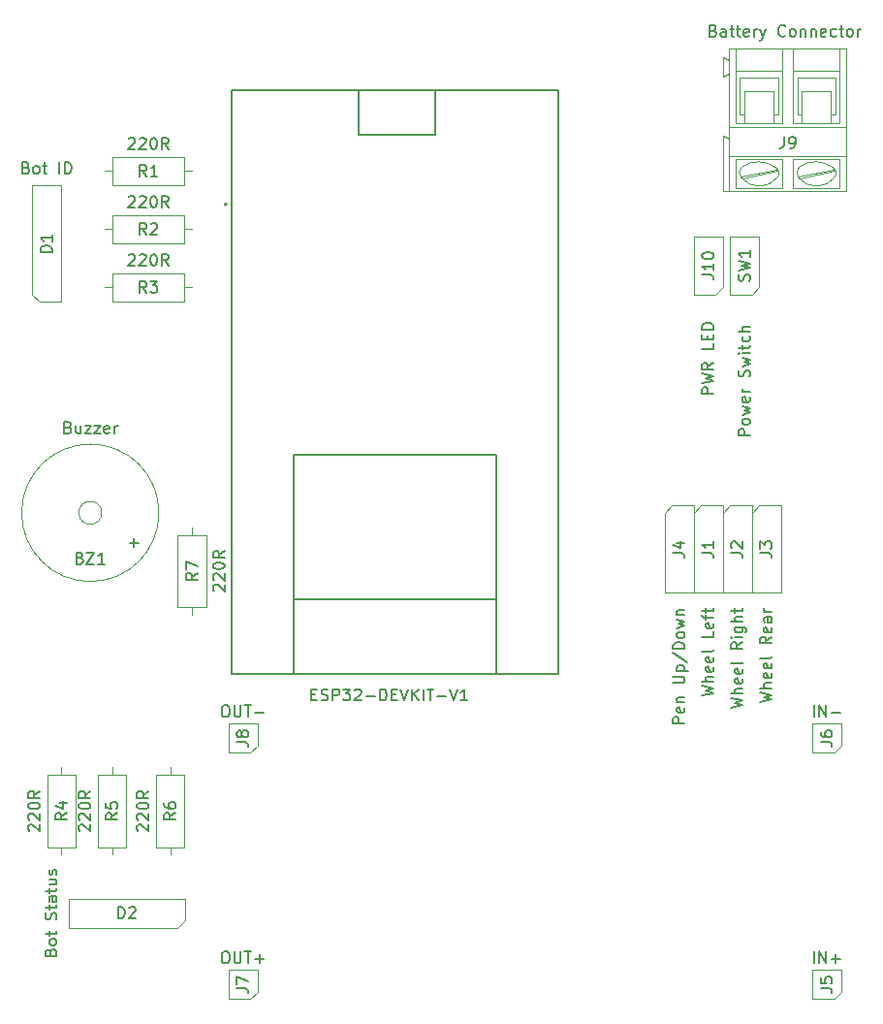
<source format=gbr>
%TF.GenerationSoftware,KiCad,Pcbnew,7.0.1*%
%TF.CreationDate,2023-12-09T17:11:34+05:30*%
%TF.ProjectId,hologlyph bot circuit,686f6c6f-676c-4797-9068-20626f742063,rev?*%
%TF.SameCoordinates,Original*%
%TF.FileFunction,AssemblyDrawing,Top*%
%FSLAX46Y46*%
G04 Gerber Fmt 4.6, Leading zero omitted, Abs format (unit mm)*
G04 Created by KiCad (PCBNEW 7.0.1) date 2023-12-09 17:11:34*
%MOMM*%
%LPD*%
G01*
G04 APERTURE LIST*
%ADD10C,0.150000*%
%ADD11C,0.100000*%
%ADD12C,0.127000*%
%ADD13C,0.200000*%
G04 APERTURE END LIST*
D10*
%TO.C,J5*%
X156537143Y-119962619D02*
X156537143Y-118962619D01*
X157013333Y-119962619D02*
X157013333Y-118962619D01*
X157013333Y-118962619D02*
X157584761Y-119962619D01*
X157584761Y-119962619D02*
X157584761Y-118962619D01*
X158060952Y-119581666D02*
X158822857Y-119581666D01*
X158441904Y-119962619D02*
X158441904Y-119200714D01*
X157142619Y-122163333D02*
X157856904Y-122163333D01*
X157856904Y-122163333D02*
X157999761Y-122210952D01*
X157999761Y-122210952D02*
X158095000Y-122306190D01*
X158095000Y-122306190D02*
X158142619Y-122449047D01*
X158142619Y-122449047D02*
X158142619Y-122544285D01*
X157142619Y-121210952D02*
X157142619Y-121687142D01*
X157142619Y-121687142D02*
X157618809Y-121734761D01*
X157618809Y-121734761D02*
X157571190Y-121687142D01*
X157571190Y-121687142D02*
X157523571Y-121591904D01*
X157523571Y-121591904D02*
X157523571Y-121353809D01*
X157523571Y-121353809D02*
X157571190Y-121258571D01*
X157571190Y-121258571D02*
X157618809Y-121210952D01*
X157618809Y-121210952D02*
X157714047Y-121163333D01*
X157714047Y-121163333D02*
X157952142Y-121163333D01*
X157952142Y-121163333D02*
X158047380Y-121210952D01*
X158047380Y-121210952D02*
X158095000Y-121258571D01*
X158095000Y-121258571D02*
X158142619Y-121353809D01*
X158142619Y-121353809D02*
X158142619Y-121591904D01*
X158142619Y-121591904D02*
X158095000Y-121687142D01*
X158095000Y-121687142D02*
X158047380Y-121734761D01*
%TO.C,J4*%
X145242619Y-99042857D02*
X144242619Y-99042857D01*
X144242619Y-99042857D02*
X144242619Y-98661905D01*
X144242619Y-98661905D02*
X144290238Y-98566667D01*
X144290238Y-98566667D02*
X144337857Y-98519048D01*
X144337857Y-98519048D02*
X144433095Y-98471429D01*
X144433095Y-98471429D02*
X144575952Y-98471429D01*
X144575952Y-98471429D02*
X144671190Y-98519048D01*
X144671190Y-98519048D02*
X144718809Y-98566667D01*
X144718809Y-98566667D02*
X144766428Y-98661905D01*
X144766428Y-98661905D02*
X144766428Y-99042857D01*
X145195000Y-97661905D02*
X145242619Y-97757143D01*
X145242619Y-97757143D02*
X145242619Y-97947619D01*
X145242619Y-97947619D02*
X145195000Y-98042857D01*
X145195000Y-98042857D02*
X145099761Y-98090476D01*
X145099761Y-98090476D02*
X144718809Y-98090476D01*
X144718809Y-98090476D02*
X144623571Y-98042857D01*
X144623571Y-98042857D02*
X144575952Y-97947619D01*
X144575952Y-97947619D02*
X144575952Y-97757143D01*
X144575952Y-97757143D02*
X144623571Y-97661905D01*
X144623571Y-97661905D02*
X144718809Y-97614286D01*
X144718809Y-97614286D02*
X144814047Y-97614286D01*
X144814047Y-97614286D02*
X144909285Y-98090476D01*
X144575952Y-97185714D02*
X145242619Y-97185714D01*
X144671190Y-97185714D02*
X144623571Y-97138095D01*
X144623571Y-97138095D02*
X144575952Y-97042857D01*
X144575952Y-97042857D02*
X144575952Y-96900000D01*
X144575952Y-96900000D02*
X144623571Y-96804762D01*
X144623571Y-96804762D02*
X144718809Y-96757143D01*
X144718809Y-96757143D02*
X145242619Y-96757143D01*
X144242619Y-95519047D02*
X145052142Y-95519047D01*
X145052142Y-95519047D02*
X145147380Y-95471428D01*
X145147380Y-95471428D02*
X145195000Y-95423809D01*
X145195000Y-95423809D02*
X145242619Y-95328571D01*
X145242619Y-95328571D02*
X145242619Y-95138095D01*
X145242619Y-95138095D02*
X145195000Y-95042857D01*
X145195000Y-95042857D02*
X145147380Y-94995238D01*
X145147380Y-94995238D02*
X145052142Y-94947619D01*
X145052142Y-94947619D02*
X144242619Y-94947619D01*
X144575952Y-94471428D02*
X145575952Y-94471428D01*
X144623571Y-94471428D02*
X144575952Y-94376190D01*
X144575952Y-94376190D02*
X144575952Y-94185714D01*
X144575952Y-94185714D02*
X144623571Y-94090476D01*
X144623571Y-94090476D02*
X144671190Y-94042857D01*
X144671190Y-94042857D02*
X144766428Y-93995238D01*
X144766428Y-93995238D02*
X145052142Y-93995238D01*
X145052142Y-93995238D02*
X145147380Y-94042857D01*
X145147380Y-94042857D02*
X145195000Y-94090476D01*
X145195000Y-94090476D02*
X145242619Y-94185714D01*
X145242619Y-94185714D02*
X145242619Y-94376190D01*
X145242619Y-94376190D02*
X145195000Y-94471428D01*
X144195000Y-92852381D02*
X145480714Y-93709523D01*
X145242619Y-92519047D02*
X144242619Y-92519047D01*
X144242619Y-92519047D02*
X144242619Y-92280952D01*
X144242619Y-92280952D02*
X144290238Y-92138095D01*
X144290238Y-92138095D02*
X144385476Y-92042857D01*
X144385476Y-92042857D02*
X144480714Y-91995238D01*
X144480714Y-91995238D02*
X144671190Y-91947619D01*
X144671190Y-91947619D02*
X144814047Y-91947619D01*
X144814047Y-91947619D02*
X145004523Y-91995238D01*
X145004523Y-91995238D02*
X145099761Y-92042857D01*
X145099761Y-92042857D02*
X145195000Y-92138095D01*
X145195000Y-92138095D02*
X145242619Y-92280952D01*
X145242619Y-92280952D02*
X145242619Y-92519047D01*
X145242619Y-91376190D02*
X145195000Y-91471428D01*
X145195000Y-91471428D02*
X145147380Y-91519047D01*
X145147380Y-91519047D02*
X145052142Y-91566666D01*
X145052142Y-91566666D02*
X144766428Y-91566666D01*
X144766428Y-91566666D02*
X144671190Y-91519047D01*
X144671190Y-91519047D02*
X144623571Y-91471428D01*
X144623571Y-91471428D02*
X144575952Y-91376190D01*
X144575952Y-91376190D02*
X144575952Y-91233333D01*
X144575952Y-91233333D02*
X144623571Y-91138095D01*
X144623571Y-91138095D02*
X144671190Y-91090476D01*
X144671190Y-91090476D02*
X144766428Y-91042857D01*
X144766428Y-91042857D02*
X145052142Y-91042857D01*
X145052142Y-91042857D02*
X145147380Y-91090476D01*
X145147380Y-91090476D02*
X145195000Y-91138095D01*
X145195000Y-91138095D02*
X145242619Y-91233333D01*
X145242619Y-91233333D02*
X145242619Y-91376190D01*
X144575952Y-90709523D02*
X145242619Y-90519047D01*
X145242619Y-90519047D02*
X144766428Y-90328571D01*
X144766428Y-90328571D02*
X145242619Y-90138095D01*
X145242619Y-90138095D02*
X144575952Y-89947619D01*
X144575952Y-89566666D02*
X145242619Y-89566666D01*
X144671190Y-89566666D02*
X144623571Y-89519047D01*
X144623571Y-89519047D02*
X144575952Y-89423809D01*
X144575952Y-89423809D02*
X144575952Y-89280952D01*
X144575952Y-89280952D02*
X144623571Y-89185714D01*
X144623571Y-89185714D02*
X144718809Y-89138095D01*
X144718809Y-89138095D02*
X145242619Y-89138095D01*
X144242619Y-84153333D02*
X144956904Y-84153333D01*
X144956904Y-84153333D02*
X145099761Y-84200952D01*
X145099761Y-84200952D02*
X145195000Y-84296190D01*
X145195000Y-84296190D02*
X145242619Y-84439047D01*
X145242619Y-84439047D02*
X145242619Y-84534285D01*
X144575952Y-83248571D02*
X145242619Y-83248571D01*
X144195000Y-83486666D02*
X144909285Y-83724761D01*
X144909285Y-83724761D02*
X144909285Y-83105714D01*
%TO.C,D1*%
X87749285Y-50508809D02*
X87892142Y-50556428D01*
X87892142Y-50556428D02*
X87939761Y-50604047D01*
X87939761Y-50604047D02*
X87987380Y-50699285D01*
X87987380Y-50699285D02*
X87987380Y-50842142D01*
X87987380Y-50842142D02*
X87939761Y-50937380D01*
X87939761Y-50937380D02*
X87892142Y-50985000D01*
X87892142Y-50985000D02*
X87796904Y-51032619D01*
X87796904Y-51032619D02*
X87415952Y-51032619D01*
X87415952Y-51032619D02*
X87415952Y-50032619D01*
X87415952Y-50032619D02*
X87749285Y-50032619D01*
X87749285Y-50032619D02*
X87844523Y-50080238D01*
X87844523Y-50080238D02*
X87892142Y-50127857D01*
X87892142Y-50127857D02*
X87939761Y-50223095D01*
X87939761Y-50223095D02*
X87939761Y-50318333D01*
X87939761Y-50318333D02*
X87892142Y-50413571D01*
X87892142Y-50413571D02*
X87844523Y-50461190D01*
X87844523Y-50461190D02*
X87749285Y-50508809D01*
X87749285Y-50508809D02*
X87415952Y-50508809D01*
X88558809Y-51032619D02*
X88463571Y-50985000D01*
X88463571Y-50985000D02*
X88415952Y-50937380D01*
X88415952Y-50937380D02*
X88368333Y-50842142D01*
X88368333Y-50842142D02*
X88368333Y-50556428D01*
X88368333Y-50556428D02*
X88415952Y-50461190D01*
X88415952Y-50461190D02*
X88463571Y-50413571D01*
X88463571Y-50413571D02*
X88558809Y-50365952D01*
X88558809Y-50365952D02*
X88701666Y-50365952D01*
X88701666Y-50365952D02*
X88796904Y-50413571D01*
X88796904Y-50413571D02*
X88844523Y-50461190D01*
X88844523Y-50461190D02*
X88892142Y-50556428D01*
X88892142Y-50556428D02*
X88892142Y-50842142D01*
X88892142Y-50842142D02*
X88844523Y-50937380D01*
X88844523Y-50937380D02*
X88796904Y-50985000D01*
X88796904Y-50985000D02*
X88701666Y-51032619D01*
X88701666Y-51032619D02*
X88558809Y-51032619D01*
X89177857Y-50365952D02*
X89558809Y-50365952D01*
X89320714Y-50032619D02*
X89320714Y-50889761D01*
X89320714Y-50889761D02*
X89368333Y-50985000D01*
X89368333Y-50985000D02*
X89463571Y-51032619D01*
X89463571Y-51032619D02*
X89558809Y-51032619D01*
X90654048Y-51032619D02*
X90654048Y-50032619D01*
X91130238Y-51032619D02*
X91130238Y-50032619D01*
X91130238Y-50032619D02*
X91368333Y-50032619D01*
X91368333Y-50032619D02*
X91511190Y-50080238D01*
X91511190Y-50080238D02*
X91606428Y-50175476D01*
X91606428Y-50175476D02*
X91654047Y-50270714D01*
X91654047Y-50270714D02*
X91701666Y-50461190D01*
X91701666Y-50461190D02*
X91701666Y-50604047D01*
X91701666Y-50604047D02*
X91654047Y-50794523D01*
X91654047Y-50794523D02*
X91606428Y-50889761D01*
X91606428Y-50889761D02*
X91511190Y-50985000D01*
X91511190Y-50985000D02*
X91368333Y-51032619D01*
X91368333Y-51032619D02*
X91130238Y-51032619D01*
X89997619Y-57888094D02*
X88997619Y-57888094D01*
X88997619Y-57888094D02*
X88997619Y-57649999D01*
X88997619Y-57649999D02*
X89045238Y-57507142D01*
X89045238Y-57507142D02*
X89140476Y-57411904D01*
X89140476Y-57411904D02*
X89235714Y-57364285D01*
X89235714Y-57364285D02*
X89426190Y-57316666D01*
X89426190Y-57316666D02*
X89569047Y-57316666D01*
X89569047Y-57316666D02*
X89759523Y-57364285D01*
X89759523Y-57364285D02*
X89854761Y-57411904D01*
X89854761Y-57411904D02*
X89950000Y-57507142D01*
X89950000Y-57507142D02*
X89997619Y-57649999D01*
X89997619Y-57649999D02*
X89997619Y-57888094D01*
X89997619Y-56364285D02*
X89997619Y-56935713D01*
X89997619Y-56649999D02*
X88997619Y-56649999D01*
X88997619Y-56649999D02*
X89140476Y-56745237D01*
X89140476Y-56745237D02*
X89235714Y-56840475D01*
X89235714Y-56840475D02*
X89283333Y-56935713D01*
%TO.C,J7*%
X105060952Y-118962619D02*
X105251428Y-118962619D01*
X105251428Y-118962619D02*
X105346666Y-119010238D01*
X105346666Y-119010238D02*
X105441904Y-119105476D01*
X105441904Y-119105476D02*
X105489523Y-119295952D01*
X105489523Y-119295952D02*
X105489523Y-119629285D01*
X105489523Y-119629285D02*
X105441904Y-119819761D01*
X105441904Y-119819761D02*
X105346666Y-119915000D01*
X105346666Y-119915000D02*
X105251428Y-119962619D01*
X105251428Y-119962619D02*
X105060952Y-119962619D01*
X105060952Y-119962619D02*
X104965714Y-119915000D01*
X104965714Y-119915000D02*
X104870476Y-119819761D01*
X104870476Y-119819761D02*
X104822857Y-119629285D01*
X104822857Y-119629285D02*
X104822857Y-119295952D01*
X104822857Y-119295952D02*
X104870476Y-119105476D01*
X104870476Y-119105476D02*
X104965714Y-119010238D01*
X104965714Y-119010238D02*
X105060952Y-118962619D01*
X105918095Y-118962619D02*
X105918095Y-119772142D01*
X105918095Y-119772142D02*
X105965714Y-119867380D01*
X105965714Y-119867380D02*
X106013333Y-119915000D01*
X106013333Y-119915000D02*
X106108571Y-119962619D01*
X106108571Y-119962619D02*
X106299047Y-119962619D01*
X106299047Y-119962619D02*
X106394285Y-119915000D01*
X106394285Y-119915000D02*
X106441904Y-119867380D01*
X106441904Y-119867380D02*
X106489523Y-119772142D01*
X106489523Y-119772142D02*
X106489523Y-118962619D01*
X106822857Y-118962619D02*
X107394285Y-118962619D01*
X107108571Y-119962619D02*
X107108571Y-118962619D01*
X107727619Y-119581666D02*
X108489524Y-119581666D01*
X108108571Y-119962619D02*
X108108571Y-119200714D01*
X106142619Y-122163333D02*
X106856904Y-122163333D01*
X106856904Y-122163333D02*
X106999761Y-122210952D01*
X106999761Y-122210952D02*
X107095000Y-122306190D01*
X107095000Y-122306190D02*
X107142619Y-122449047D01*
X107142619Y-122449047D02*
X107142619Y-122544285D01*
X106142619Y-121782380D02*
X106142619Y-121115714D01*
X106142619Y-121115714D02*
X107142619Y-121544285D01*
%TO.C,R1*%
X96686905Y-47987857D02*
X96734524Y-47940238D01*
X96734524Y-47940238D02*
X96829762Y-47892619D01*
X96829762Y-47892619D02*
X97067857Y-47892619D01*
X97067857Y-47892619D02*
X97163095Y-47940238D01*
X97163095Y-47940238D02*
X97210714Y-47987857D01*
X97210714Y-47987857D02*
X97258333Y-48083095D01*
X97258333Y-48083095D02*
X97258333Y-48178333D01*
X97258333Y-48178333D02*
X97210714Y-48321190D01*
X97210714Y-48321190D02*
X96639286Y-48892619D01*
X96639286Y-48892619D02*
X97258333Y-48892619D01*
X97639286Y-47987857D02*
X97686905Y-47940238D01*
X97686905Y-47940238D02*
X97782143Y-47892619D01*
X97782143Y-47892619D02*
X98020238Y-47892619D01*
X98020238Y-47892619D02*
X98115476Y-47940238D01*
X98115476Y-47940238D02*
X98163095Y-47987857D01*
X98163095Y-47987857D02*
X98210714Y-48083095D01*
X98210714Y-48083095D02*
X98210714Y-48178333D01*
X98210714Y-48178333D02*
X98163095Y-48321190D01*
X98163095Y-48321190D02*
X97591667Y-48892619D01*
X97591667Y-48892619D02*
X98210714Y-48892619D01*
X98829762Y-47892619D02*
X98925000Y-47892619D01*
X98925000Y-47892619D02*
X99020238Y-47940238D01*
X99020238Y-47940238D02*
X99067857Y-47987857D01*
X99067857Y-47987857D02*
X99115476Y-48083095D01*
X99115476Y-48083095D02*
X99163095Y-48273571D01*
X99163095Y-48273571D02*
X99163095Y-48511666D01*
X99163095Y-48511666D02*
X99115476Y-48702142D01*
X99115476Y-48702142D02*
X99067857Y-48797380D01*
X99067857Y-48797380D02*
X99020238Y-48845000D01*
X99020238Y-48845000D02*
X98925000Y-48892619D01*
X98925000Y-48892619D02*
X98829762Y-48892619D01*
X98829762Y-48892619D02*
X98734524Y-48845000D01*
X98734524Y-48845000D02*
X98686905Y-48797380D01*
X98686905Y-48797380D02*
X98639286Y-48702142D01*
X98639286Y-48702142D02*
X98591667Y-48511666D01*
X98591667Y-48511666D02*
X98591667Y-48273571D01*
X98591667Y-48273571D02*
X98639286Y-48083095D01*
X98639286Y-48083095D02*
X98686905Y-47987857D01*
X98686905Y-47987857D02*
X98734524Y-47940238D01*
X98734524Y-47940238D02*
X98829762Y-47892619D01*
X100163095Y-48892619D02*
X99829762Y-48416428D01*
X99591667Y-48892619D02*
X99591667Y-47892619D01*
X99591667Y-47892619D02*
X99972619Y-47892619D01*
X99972619Y-47892619D02*
X100067857Y-47940238D01*
X100067857Y-47940238D02*
X100115476Y-47987857D01*
X100115476Y-47987857D02*
X100163095Y-48083095D01*
X100163095Y-48083095D02*
X100163095Y-48225952D01*
X100163095Y-48225952D02*
X100115476Y-48321190D01*
X100115476Y-48321190D02*
X100067857Y-48368809D01*
X100067857Y-48368809D02*
X99972619Y-48416428D01*
X99972619Y-48416428D02*
X99591667Y-48416428D01*
X98258333Y-51262619D02*
X97925000Y-50786428D01*
X97686905Y-51262619D02*
X97686905Y-50262619D01*
X97686905Y-50262619D02*
X98067857Y-50262619D01*
X98067857Y-50262619D02*
X98163095Y-50310238D01*
X98163095Y-50310238D02*
X98210714Y-50357857D01*
X98210714Y-50357857D02*
X98258333Y-50453095D01*
X98258333Y-50453095D02*
X98258333Y-50595952D01*
X98258333Y-50595952D02*
X98210714Y-50691190D01*
X98210714Y-50691190D02*
X98163095Y-50738809D01*
X98163095Y-50738809D02*
X98067857Y-50786428D01*
X98067857Y-50786428D02*
X97686905Y-50786428D01*
X99210714Y-51262619D02*
X98639286Y-51262619D01*
X98925000Y-51262619D02*
X98925000Y-50262619D01*
X98925000Y-50262619D02*
X98829762Y-50405476D01*
X98829762Y-50405476D02*
X98734524Y-50500714D01*
X98734524Y-50500714D02*
X98639286Y-50548333D01*
%TO.C,J10*%
X147782619Y-70246904D02*
X146782619Y-70246904D01*
X146782619Y-70246904D02*
X146782619Y-69865952D01*
X146782619Y-69865952D02*
X146830238Y-69770714D01*
X146830238Y-69770714D02*
X146877857Y-69723095D01*
X146877857Y-69723095D02*
X146973095Y-69675476D01*
X146973095Y-69675476D02*
X147115952Y-69675476D01*
X147115952Y-69675476D02*
X147211190Y-69723095D01*
X147211190Y-69723095D02*
X147258809Y-69770714D01*
X147258809Y-69770714D02*
X147306428Y-69865952D01*
X147306428Y-69865952D02*
X147306428Y-70246904D01*
X146782619Y-69342142D02*
X147782619Y-69104047D01*
X147782619Y-69104047D02*
X147068333Y-68913571D01*
X147068333Y-68913571D02*
X147782619Y-68723095D01*
X147782619Y-68723095D02*
X146782619Y-68485000D01*
X147782619Y-67532619D02*
X147306428Y-67865952D01*
X147782619Y-68104047D02*
X146782619Y-68104047D01*
X146782619Y-68104047D02*
X146782619Y-67723095D01*
X146782619Y-67723095D02*
X146830238Y-67627857D01*
X146830238Y-67627857D02*
X146877857Y-67580238D01*
X146877857Y-67580238D02*
X146973095Y-67532619D01*
X146973095Y-67532619D02*
X147115952Y-67532619D01*
X147115952Y-67532619D02*
X147211190Y-67580238D01*
X147211190Y-67580238D02*
X147258809Y-67627857D01*
X147258809Y-67627857D02*
X147306428Y-67723095D01*
X147306428Y-67723095D02*
X147306428Y-68104047D01*
X147782619Y-65865952D02*
X147782619Y-66342142D01*
X147782619Y-66342142D02*
X146782619Y-66342142D01*
X147258809Y-65532618D02*
X147258809Y-65199285D01*
X147782619Y-65056428D02*
X147782619Y-65532618D01*
X147782619Y-65532618D02*
X146782619Y-65532618D01*
X146782619Y-65532618D02*
X146782619Y-65056428D01*
X147782619Y-64627856D02*
X146782619Y-64627856D01*
X146782619Y-64627856D02*
X146782619Y-64389761D01*
X146782619Y-64389761D02*
X146830238Y-64246904D01*
X146830238Y-64246904D02*
X146925476Y-64151666D01*
X146925476Y-64151666D02*
X147020714Y-64104047D01*
X147020714Y-64104047D02*
X147211190Y-64056428D01*
X147211190Y-64056428D02*
X147354047Y-64056428D01*
X147354047Y-64056428D02*
X147544523Y-64104047D01*
X147544523Y-64104047D02*
X147639761Y-64151666D01*
X147639761Y-64151666D02*
X147735000Y-64246904D01*
X147735000Y-64246904D02*
X147782619Y-64389761D01*
X147782619Y-64389761D02*
X147782619Y-64627856D01*
X146782619Y-59864523D02*
X147496904Y-59864523D01*
X147496904Y-59864523D02*
X147639761Y-59912142D01*
X147639761Y-59912142D02*
X147735000Y-60007380D01*
X147735000Y-60007380D02*
X147782619Y-60150237D01*
X147782619Y-60150237D02*
X147782619Y-60245475D01*
X147782619Y-58864523D02*
X147782619Y-59435951D01*
X147782619Y-59150237D02*
X146782619Y-59150237D01*
X146782619Y-59150237D02*
X146925476Y-59245475D01*
X146925476Y-59245475D02*
X147020714Y-59340713D01*
X147020714Y-59340713D02*
X147068333Y-59435951D01*
X146782619Y-58245475D02*
X146782619Y-58150237D01*
X146782619Y-58150237D02*
X146830238Y-58054999D01*
X146830238Y-58054999D02*
X146877857Y-58007380D01*
X146877857Y-58007380D02*
X146973095Y-57959761D01*
X146973095Y-57959761D02*
X147163571Y-57912142D01*
X147163571Y-57912142D02*
X147401666Y-57912142D01*
X147401666Y-57912142D02*
X147592142Y-57959761D01*
X147592142Y-57959761D02*
X147687380Y-58007380D01*
X147687380Y-58007380D02*
X147735000Y-58054999D01*
X147735000Y-58054999D02*
X147782619Y-58150237D01*
X147782619Y-58150237D02*
X147782619Y-58245475D01*
X147782619Y-58245475D02*
X147735000Y-58340713D01*
X147735000Y-58340713D02*
X147687380Y-58388332D01*
X147687380Y-58388332D02*
X147592142Y-58435951D01*
X147592142Y-58435951D02*
X147401666Y-58483570D01*
X147401666Y-58483570D02*
X147163571Y-58483570D01*
X147163571Y-58483570D02*
X146973095Y-58435951D01*
X146973095Y-58435951D02*
X146877857Y-58388332D01*
X146877857Y-58388332D02*
X146830238Y-58340713D01*
X146830238Y-58340713D02*
X146782619Y-58245475D01*
%TO.C,J2*%
X149322619Y-97661905D02*
X150322619Y-97423810D01*
X150322619Y-97423810D02*
X149608333Y-97233334D01*
X149608333Y-97233334D02*
X150322619Y-97042858D01*
X150322619Y-97042858D02*
X149322619Y-96804763D01*
X150322619Y-96423810D02*
X149322619Y-96423810D01*
X150322619Y-95995239D02*
X149798809Y-95995239D01*
X149798809Y-95995239D02*
X149703571Y-96042858D01*
X149703571Y-96042858D02*
X149655952Y-96138096D01*
X149655952Y-96138096D02*
X149655952Y-96280953D01*
X149655952Y-96280953D02*
X149703571Y-96376191D01*
X149703571Y-96376191D02*
X149751190Y-96423810D01*
X150275000Y-95138096D02*
X150322619Y-95233334D01*
X150322619Y-95233334D02*
X150322619Y-95423810D01*
X150322619Y-95423810D02*
X150275000Y-95519048D01*
X150275000Y-95519048D02*
X150179761Y-95566667D01*
X150179761Y-95566667D02*
X149798809Y-95566667D01*
X149798809Y-95566667D02*
X149703571Y-95519048D01*
X149703571Y-95519048D02*
X149655952Y-95423810D01*
X149655952Y-95423810D02*
X149655952Y-95233334D01*
X149655952Y-95233334D02*
X149703571Y-95138096D01*
X149703571Y-95138096D02*
X149798809Y-95090477D01*
X149798809Y-95090477D02*
X149894047Y-95090477D01*
X149894047Y-95090477D02*
X149989285Y-95566667D01*
X150275000Y-94280953D02*
X150322619Y-94376191D01*
X150322619Y-94376191D02*
X150322619Y-94566667D01*
X150322619Y-94566667D02*
X150275000Y-94661905D01*
X150275000Y-94661905D02*
X150179761Y-94709524D01*
X150179761Y-94709524D02*
X149798809Y-94709524D01*
X149798809Y-94709524D02*
X149703571Y-94661905D01*
X149703571Y-94661905D02*
X149655952Y-94566667D01*
X149655952Y-94566667D02*
X149655952Y-94376191D01*
X149655952Y-94376191D02*
X149703571Y-94280953D01*
X149703571Y-94280953D02*
X149798809Y-94233334D01*
X149798809Y-94233334D02*
X149894047Y-94233334D01*
X149894047Y-94233334D02*
X149989285Y-94709524D01*
X150322619Y-93661905D02*
X150275000Y-93757143D01*
X150275000Y-93757143D02*
X150179761Y-93804762D01*
X150179761Y-93804762D02*
X149322619Y-93804762D01*
X150322619Y-91947619D02*
X149846428Y-92280952D01*
X150322619Y-92519047D02*
X149322619Y-92519047D01*
X149322619Y-92519047D02*
X149322619Y-92138095D01*
X149322619Y-92138095D02*
X149370238Y-92042857D01*
X149370238Y-92042857D02*
X149417857Y-91995238D01*
X149417857Y-91995238D02*
X149513095Y-91947619D01*
X149513095Y-91947619D02*
X149655952Y-91947619D01*
X149655952Y-91947619D02*
X149751190Y-91995238D01*
X149751190Y-91995238D02*
X149798809Y-92042857D01*
X149798809Y-92042857D02*
X149846428Y-92138095D01*
X149846428Y-92138095D02*
X149846428Y-92519047D01*
X150322619Y-91519047D02*
X149655952Y-91519047D01*
X149322619Y-91519047D02*
X149370238Y-91566666D01*
X149370238Y-91566666D02*
X149417857Y-91519047D01*
X149417857Y-91519047D02*
X149370238Y-91471428D01*
X149370238Y-91471428D02*
X149322619Y-91519047D01*
X149322619Y-91519047D02*
X149417857Y-91519047D01*
X149655952Y-90614286D02*
X150465476Y-90614286D01*
X150465476Y-90614286D02*
X150560714Y-90661905D01*
X150560714Y-90661905D02*
X150608333Y-90709524D01*
X150608333Y-90709524D02*
X150655952Y-90804762D01*
X150655952Y-90804762D02*
X150655952Y-90947619D01*
X150655952Y-90947619D02*
X150608333Y-91042857D01*
X150275000Y-90614286D02*
X150322619Y-90709524D01*
X150322619Y-90709524D02*
X150322619Y-90900000D01*
X150322619Y-90900000D02*
X150275000Y-90995238D01*
X150275000Y-90995238D02*
X150227380Y-91042857D01*
X150227380Y-91042857D02*
X150132142Y-91090476D01*
X150132142Y-91090476D02*
X149846428Y-91090476D01*
X149846428Y-91090476D02*
X149751190Y-91042857D01*
X149751190Y-91042857D02*
X149703571Y-90995238D01*
X149703571Y-90995238D02*
X149655952Y-90900000D01*
X149655952Y-90900000D02*
X149655952Y-90709524D01*
X149655952Y-90709524D02*
X149703571Y-90614286D01*
X150322619Y-90138095D02*
X149322619Y-90138095D01*
X150322619Y-89709524D02*
X149798809Y-89709524D01*
X149798809Y-89709524D02*
X149703571Y-89757143D01*
X149703571Y-89757143D02*
X149655952Y-89852381D01*
X149655952Y-89852381D02*
X149655952Y-89995238D01*
X149655952Y-89995238D02*
X149703571Y-90090476D01*
X149703571Y-90090476D02*
X149751190Y-90138095D01*
X149655952Y-89376190D02*
X149655952Y-88995238D01*
X149322619Y-89233333D02*
X150179761Y-89233333D01*
X150179761Y-89233333D02*
X150275000Y-89185714D01*
X150275000Y-89185714D02*
X150322619Y-89090476D01*
X150322619Y-89090476D02*
X150322619Y-88995238D01*
X149322619Y-84153333D02*
X150036904Y-84153333D01*
X150036904Y-84153333D02*
X150179761Y-84200952D01*
X150179761Y-84200952D02*
X150275000Y-84296190D01*
X150275000Y-84296190D02*
X150322619Y-84439047D01*
X150322619Y-84439047D02*
X150322619Y-84534285D01*
X149417857Y-83724761D02*
X149370238Y-83677142D01*
X149370238Y-83677142D02*
X149322619Y-83581904D01*
X149322619Y-83581904D02*
X149322619Y-83343809D01*
X149322619Y-83343809D02*
X149370238Y-83248571D01*
X149370238Y-83248571D02*
X149417857Y-83200952D01*
X149417857Y-83200952D02*
X149513095Y-83153333D01*
X149513095Y-83153333D02*
X149608333Y-83153333D01*
X149608333Y-83153333D02*
X149751190Y-83200952D01*
X149751190Y-83200952D02*
X150322619Y-83772380D01*
X150322619Y-83772380D02*
X150322619Y-83153333D01*
%TO.C,R2*%
X96686905Y-53067857D02*
X96734524Y-53020238D01*
X96734524Y-53020238D02*
X96829762Y-52972619D01*
X96829762Y-52972619D02*
X97067857Y-52972619D01*
X97067857Y-52972619D02*
X97163095Y-53020238D01*
X97163095Y-53020238D02*
X97210714Y-53067857D01*
X97210714Y-53067857D02*
X97258333Y-53163095D01*
X97258333Y-53163095D02*
X97258333Y-53258333D01*
X97258333Y-53258333D02*
X97210714Y-53401190D01*
X97210714Y-53401190D02*
X96639286Y-53972619D01*
X96639286Y-53972619D02*
X97258333Y-53972619D01*
X97639286Y-53067857D02*
X97686905Y-53020238D01*
X97686905Y-53020238D02*
X97782143Y-52972619D01*
X97782143Y-52972619D02*
X98020238Y-52972619D01*
X98020238Y-52972619D02*
X98115476Y-53020238D01*
X98115476Y-53020238D02*
X98163095Y-53067857D01*
X98163095Y-53067857D02*
X98210714Y-53163095D01*
X98210714Y-53163095D02*
X98210714Y-53258333D01*
X98210714Y-53258333D02*
X98163095Y-53401190D01*
X98163095Y-53401190D02*
X97591667Y-53972619D01*
X97591667Y-53972619D02*
X98210714Y-53972619D01*
X98829762Y-52972619D02*
X98925000Y-52972619D01*
X98925000Y-52972619D02*
X99020238Y-53020238D01*
X99020238Y-53020238D02*
X99067857Y-53067857D01*
X99067857Y-53067857D02*
X99115476Y-53163095D01*
X99115476Y-53163095D02*
X99163095Y-53353571D01*
X99163095Y-53353571D02*
X99163095Y-53591666D01*
X99163095Y-53591666D02*
X99115476Y-53782142D01*
X99115476Y-53782142D02*
X99067857Y-53877380D01*
X99067857Y-53877380D02*
X99020238Y-53925000D01*
X99020238Y-53925000D02*
X98925000Y-53972619D01*
X98925000Y-53972619D02*
X98829762Y-53972619D01*
X98829762Y-53972619D02*
X98734524Y-53925000D01*
X98734524Y-53925000D02*
X98686905Y-53877380D01*
X98686905Y-53877380D02*
X98639286Y-53782142D01*
X98639286Y-53782142D02*
X98591667Y-53591666D01*
X98591667Y-53591666D02*
X98591667Y-53353571D01*
X98591667Y-53353571D02*
X98639286Y-53163095D01*
X98639286Y-53163095D02*
X98686905Y-53067857D01*
X98686905Y-53067857D02*
X98734524Y-53020238D01*
X98734524Y-53020238D02*
X98829762Y-52972619D01*
X100163095Y-53972619D02*
X99829762Y-53496428D01*
X99591667Y-53972619D02*
X99591667Y-52972619D01*
X99591667Y-52972619D02*
X99972619Y-52972619D01*
X99972619Y-52972619D02*
X100067857Y-53020238D01*
X100067857Y-53020238D02*
X100115476Y-53067857D01*
X100115476Y-53067857D02*
X100163095Y-53163095D01*
X100163095Y-53163095D02*
X100163095Y-53305952D01*
X100163095Y-53305952D02*
X100115476Y-53401190D01*
X100115476Y-53401190D02*
X100067857Y-53448809D01*
X100067857Y-53448809D02*
X99972619Y-53496428D01*
X99972619Y-53496428D02*
X99591667Y-53496428D01*
X98258333Y-56342619D02*
X97925000Y-55866428D01*
X97686905Y-56342619D02*
X97686905Y-55342619D01*
X97686905Y-55342619D02*
X98067857Y-55342619D01*
X98067857Y-55342619D02*
X98163095Y-55390238D01*
X98163095Y-55390238D02*
X98210714Y-55437857D01*
X98210714Y-55437857D02*
X98258333Y-55533095D01*
X98258333Y-55533095D02*
X98258333Y-55675952D01*
X98258333Y-55675952D02*
X98210714Y-55771190D01*
X98210714Y-55771190D02*
X98163095Y-55818809D01*
X98163095Y-55818809D02*
X98067857Y-55866428D01*
X98067857Y-55866428D02*
X97686905Y-55866428D01*
X98639286Y-55437857D02*
X98686905Y-55390238D01*
X98686905Y-55390238D02*
X98782143Y-55342619D01*
X98782143Y-55342619D02*
X99020238Y-55342619D01*
X99020238Y-55342619D02*
X99115476Y-55390238D01*
X99115476Y-55390238D02*
X99163095Y-55437857D01*
X99163095Y-55437857D02*
X99210714Y-55533095D01*
X99210714Y-55533095D02*
X99210714Y-55628333D01*
X99210714Y-55628333D02*
X99163095Y-55771190D01*
X99163095Y-55771190D02*
X98591667Y-56342619D01*
X98591667Y-56342619D02*
X99210714Y-56342619D01*
%TO.C,R6*%
X97517857Y-108418094D02*
X97470238Y-108370475D01*
X97470238Y-108370475D02*
X97422619Y-108275237D01*
X97422619Y-108275237D02*
X97422619Y-108037142D01*
X97422619Y-108037142D02*
X97470238Y-107941904D01*
X97470238Y-107941904D02*
X97517857Y-107894285D01*
X97517857Y-107894285D02*
X97613095Y-107846666D01*
X97613095Y-107846666D02*
X97708333Y-107846666D01*
X97708333Y-107846666D02*
X97851190Y-107894285D01*
X97851190Y-107894285D02*
X98422619Y-108465713D01*
X98422619Y-108465713D02*
X98422619Y-107846666D01*
X97517857Y-107465713D02*
X97470238Y-107418094D01*
X97470238Y-107418094D02*
X97422619Y-107322856D01*
X97422619Y-107322856D02*
X97422619Y-107084761D01*
X97422619Y-107084761D02*
X97470238Y-106989523D01*
X97470238Y-106989523D02*
X97517857Y-106941904D01*
X97517857Y-106941904D02*
X97613095Y-106894285D01*
X97613095Y-106894285D02*
X97708333Y-106894285D01*
X97708333Y-106894285D02*
X97851190Y-106941904D01*
X97851190Y-106941904D02*
X98422619Y-107513332D01*
X98422619Y-107513332D02*
X98422619Y-106894285D01*
X97422619Y-106275237D02*
X97422619Y-106179999D01*
X97422619Y-106179999D02*
X97470238Y-106084761D01*
X97470238Y-106084761D02*
X97517857Y-106037142D01*
X97517857Y-106037142D02*
X97613095Y-105989523D01*
X97613095Y-105989523D02*
X97803571Y-105941904D01*
X97803571Y-105941904D02*
X98041666Y-105941904D01*
X98041666Y-105941904D02*
X98232142Y-105989523D01*
X98232142Y-105989523D02*
X98327380Y-106037142D01*
X98327380Y-106037142D02*
X98375000Y-106084761D01*
X98375000Y-106084761D02*
X98422619Y-106179999D01*
X98422619Y-106179999D02*
X98422619Y-106275237D01*
X98422619Y-106275237D02*
X98375000Y-106370475D01*
X98375000Y-106370475D02*
X98327380Y-106418094D01*
X98327380Y-106418094D02*
X98232142Y-106465713D01*
X98232142Y-106465713D02*
X98041666Y-106513332D01*
X98041666Y-106513332D02*
X97803571Y-106513332D01*
X97803571Y-106513332D02*
X97613095Y-106465713D01*
X97613095Y-106465713D02*
X97517857Y-106418094D01*
X97517857Y-106418094D02*
X97470238Y-106370475D01*
X97470238Y-106370475D02*
X97422619Y-106275237D01*
X98422619Y-104941904D02*
X97946428Y-105275237D01*
X98422619Y-105513332D02*
X97422619Y-105513332D01*
X97422619Y-105513332D02*
X97422619Y-105132380D01*
X97422619Y-105132380D02*
X97470238Y-105037142D01*
X97470238Y-105037142D02*
X97517857Y-104989523D01*
X97517857Y-104989523D02*
X97613095Y-104941904D01*
X97613095Y-104941904D02*
X97755952Y-104941904D01*
X97755952Y-104941904D02*
X97851190Y-104989523D01*
X97851190Y-104989523D02*
X97898809Y-105037142D01*
X97898809Y-105037142D02*
X97946428Y-105132380D01*
X97946428Y-105132380D02*
X97946428Y-105513332D01*
X100792619Y-106846666D02*
X100316428Y-107179999D01*
X100792619Y-107418094D02*
X99792619Y-107418094D01*
X99792619Y-107418094D02*
X99792619Y-107037142D01*
X99792619Y-107037142D02*
X99840238Y-106941904D01*
X99840238Y-106941904D02*
X99887857Y-106894285D01*
X99887857Y-106894285D02*
X99983095Y-106846666D01*
X99983095Y-106846666D02*
X100125952Y-106846666D01*
X100125952Y-106846666D02*
X100221190Y-106894285D01*
X100221190Y-106894285D02*
X100268809Y-106941904D01*
X100268809Y-106941904D02*
X100316428Y-107037142D01*
X100316428Y-107037142D02*
X100316428Y-107418094D01*
X99792619Y-105989523D02*
X99792619Y-106179999D01*
X99792619Y-106179999D02*
X99840238Y-106275237D01*
X99840238Y-106275237D02*
X99887857Y-106322856D01*
X99887857Y-106322856D02*
X100030714Y-106418094D01*
X100030714Y-106418094D02*
X100221190Y-106465713D01*
X100221190Y-106465713D02*
X100602142Y-106465713D01*
X100602142Y-106465713D02*
X100697380Y-106418094D01*
X100697380Y-106418094D02*
X100745000Y-106370475D01*
X100745000Y-106370475D02*
X100792619Y-106275237D01*
X100792619Y-106275237D02*
X100792619Y-106084761D01*
X100792619Y-106084761D02*
X100745000Y-105989523D01*
X100745000Y-105989523D02*
X100697380Y-105941904D01*
X100697380Y-105941904D02*
X100602142Y-105894285D01*
X100602142Y-105894285D02*
X100364047Y-105894285D01*
X100364047Y-105894285D02*
X100268809Y-105941904D01*
X100268809Y-105941904D02*
X100221190Y-105989523D01*
X100221190Y-105989523D02*
X100173571Y-106084761D01*
X100173571Y-106084761D02*
X100173571Y-106275237D01*
X100173571Y-106275237D02*
X100221190Y-106370475D01*
X100221190Y-106370475D02*
X100268809Y-106418094D01*
X100268809Y-106418094D02*
X100364047Y-106465713D01*
%TO.C,BZ1*%
X91416428Y-73183809D02*
X91559285Y-73231428D01*
X91559285Y-73231428D02*
X91606904Y-73279047D01*
X91606904Y-73279047D02*
X91654523Y-73374285D01*
X91654523Y-73374285D02*
X91654523Y-73517142D01*
X91654523Y-73517142D02*
X91606904Y-73612380D01*
X91606904Y-73612380D02*
X91559285Y-73660000D01*
X91559285Y-73660000D02*
X91464047Y-73707619D01*
X91464047Y-73707619D02*
X91083095Y-73707619D01*
X91083095Y-73707619D02*
X91083095Y-72707619D01*
X91083095Y-72707619D02*
X91416428Y-72707619D01*
X91416428Y-72707619D02*
X91511666Y-72755238D01*
X91511666Y-72755238D02*
X91559285Y-72802857D01*
X91559285Y-72802857D02*
X91606904Y-72898095D01*
X91606904Y-72898095D02*
X91606904Y-72993333D01*
X91606904Y-72993333D02*
X91559285Y-73088571D01*
X91559285Y-73088571D02*
X91511666Y-73136190D01*
X91511666Y-73136190D02*
X91416428Y-73183809D01*
X91416428Y-73183809D02*
X91083095Y-73183809D01*
X92511666Y-73040952D02*
X92511666Y-73707619D01*
X92083095Y-73040952D02*
X92083095Y-73564761D01*
X92083095Y-73564761D02*
X92130714Y-73660000D01*
X92130714Y-73660000D02*
X92225952Y-73707619D01*
X92225952Y-73707619D02*
X92368809Y-73707619D01*
X92368809Y-73707619D02*
X92464047Y-73660000D01*
X92464047Y-73660000D02*
X92511666Y-73612380D01*
X92892619Y-73040952D02*
X93416428Y-73040952D01*
X93416428Y-73040952D02*
X92892619Y-73707619D01*
X92892619Y-73707619D02*
X93416428Y-73707619D01*
X93702143Y-73040952D02*
X94225952Y-73040952D01*
X94225952Y-73040952D02*
X93702143Y-73707619D01*
X93702143Y-73707619D02*
X94225952Y-73707619D01*
X94987857Y-73660000D02*
X94892619Y-73707619D01*
X94892619Y-73707619D02*
X94702143Y-73707619D01*
X94702143Y-73707619D02*
X94606905Y-73660000D01*
X94606905Y-73660000D02*
X94559286Y-73564761D01*
X94559286Y-73564761D02*
X94559286Y-73183809D01*
X94559286Y-73183809D02*
X94606905Y-73088571D01*
X94606905Y-73088571D02*
X94702143Y-73040952D01*
X94702143Y-73040952D02*
X94892619Y-73040952D01*
X94892619Y-73040952D02*
X94987857Y-73088571D01*
X94987857Y-73088571D02*
X95035476Y-73183809D01*
X95035476Y-73183809D02*
X95035476Y-73279047D01*
X95035476Y-73279047D02*
X94559286Y-73374285D01*
X95464048Y-73707619D02*
X95464048Y-73040952D01*
X95464048Y-73231428D02*
X95511667Y-73136190D01*
X95511667Y-73136190D02*
X95559286Y-73088571D01*
X95559286Y-73088571D02*
X95654524Y-73040952D01*
X95654524Y-73040952D02*
X95749762Y-73040952D01*
X96774048Y-83266666D02*
X97535953Y-83266666D01*
X97155000Y-83647619D02*
X97155000Y-82885714D01*
X92464047Y-84583809D02*
X92606904Y-84631428D01*
X92606904Y-84631428D02*
X92654523Y-84679047D01*
X92654523Y-84679047D02*
X92702142Y-84774285D01*
X92702142Y-84774285D02*
X92702142Y-84917142D01*
X92702142Y-84917142D02*
X92654523Y-85012380D01*
X92654523Y-85012380D02*
X92606904Y-85060000D01*
X92606904Y-85060000D02*
X92511666Y-85107619D01*
X92511666Y-85107619D02*
X92130714Y-85107619D01*
X92130714Y-85107619D02*
X92130714Y-84107619D01*
X92130714Y-84107619D02*
X92464047Y-84107619D01*
X92464047Y-84107619D02*
X92559285Y-84155238D01*
X92559285Y-84155238D02*
X92606904Y-84202857D01*
X92606904Y-84202857D02*
X92654523Y-84298095D01*
X92654523Y-84298095D02*
X92654523Y-84393333D01*
X92654523Y-84393333D02*
X92606904Y-84488571D01*
X92606904Y-84488571D02*
X92559285Y-84536190D01*
X92559285Y-84536190D02*
X92464047Y-84583809D01*
X92464047Y-84583809D02*
X92130714Y-84583809D01*
X93035476Y-84107619D02*
X93702142Y-84107619D01*
X93702142Y-84107619D02*
X93035476Y-85107619D01*
X93035476Y-85107619D02*
X93702142Y-85107619D01*
X94606904Y-85107619D02*
X94035476Y-85107619D01*
X94321190Y-85107619D02*
X94321190Y-84107619D01*
X94321190Y-84107619D02*
X94225952Y-84250476D01*
X94225952Y-84250476D02*
X94130714Y-84345714D01*
X94130714Y-84345714D02*
X94035476Y-84393333D01*
%TO.C,U1*%
X112669286Y-96513809D02*
X113002619Y-96513809D01*
X113145476Y-97037619D02*
X112669286Y-97037619D01*
X112669286Y-97037619D02*
X112669286Y-96037619D01*
X112669286Y-96037619D02*
X113145476Y-96037619D01*
X113526429Y-96990000D02*
X113669286Y-97037619D01*
X113669286Y-97037619D02*
X113907381Y-97037619D01*
X113907381Y-97037619D02*
X114002619Y-96990000D01*
X114002619Y-96990000D02*
X114050238Y-96942380D01*
X114050238Y-96942380D02*
X114097857Y-96847142D01*
X114097857Y-96847142D02*
X114097857Y-96751904D01*
X114097857Y-96751904D02*
X114050238Y-96656666D01*
X114050238Y-96656666D02*
X114002619Y-96609047D01*
X114002619Y-96609047D02*
X113907381Y-96561428D01*
X113907381Y-96561428D02*
X113716905Y-96513809D01*
X113716905Y-96513809D02*
X113621667Y-96466190D01*
X113621667Y-96466190D02*
X113574048Y-96418571D01*
X113574048Y-96418571D02*
X113526429Y-96323333D01*
X113526429Y-96323333D02*
X113526429Y-96228095D01*
X113526429Y-96228095D02*
X113574048Y-96132857D01*
X113574048Y-96132857D02*
X113621667Y-96085238D01*
X113621667Y-96085238D02*
X113716905Y-96037619D01*
X113716905Y-96037619D02*
X113955000Y-96037619D01*
X113955000Y-96037619D02*
X114097857Y-96085238D01*
X114526429Y-97037619D02*
X114526429Y-96037619D01*
X114526429Y-96037619D02*
X114907381Y-96037619D01*
X114907381Y-96037619D02*
X115002619Y-96085238D01*
X115002619Y-96085238D02*
X115050238Y-96132857D01*
X115050238Y-96132857D02*
X115097857Y-96228095D01*
X115097857Y-96228095D02*
X115097857Y-96370952D01*
X115097857Y-96370952D02*
X115050238Y-96466190D01*
X115050238Y-96466190D02*
X115002619Y-96513809D01*
X115002619Y-96513809D02*
X114907381Y-96561428D01*
X114907381Y-96561428D02*
X114526429Y-96561428D01*
X115431191Y-96037619D02*
X116050238Y-96037619D01*
X116050238Y-96037619D02*
X115716905Y-96418571D01*
X115716905Y-96418571D02*
X115859762Y-96418571D01*
X115859762Y-96418571D02*
X115955000Y-96466190D01*
X115955000Y-96466190D02*
X116002619Y-96513809D01*
X116002619Y-96513809D02*
X116050238Y-96609047D01*
X116050238Y-96609047D02*
X116050238Y-96847142D01*
X116050238Y-96847142D02*
X116002619Y-96942380D01*
X116002619Y-96942380D02*
X115955000Y-96990000D01*
X115955000Y-96990000D02*
X115859762Y-97037619D01*
X115859762Y-97037619D02*
X115574048Y-97037619D01*
X115574048Y-97037619D02*
X115478810Y-96990000D01*
X115478810Y-96990000D02*
X115431191Y-96942380D01*
X116431191Y-96132857D02*
X116478810Y-96085238D01*
X116478810Y-96085238D02*
X116574048Y-96037619D01*
X116574048Y-96037619D02*
X116812143Y-96037619D01*
X116812143Y-96037619D02*
X116907381Y-96085238D01*
X116907381Y-96085238D02*
X116955000Y-96132857D01*
X116955000Y-96132857D02*
X117002619Y-96228095D01*
X117002619Y-96228095D02*
X117002619Y-96323333D01*
X117002619Y-96323333D02*
X116955000Y-96466190D01*
X116955000Y-96466190D02*
X116383572Y-97037619D01*
X116383572Y-97037619D02*
X117002619Y-97037619D01*
X117431191Y-96656666D02*
X118193096Y-96656666D01*
X118669286Y-97037619D02*
X118669286Y-96037619D01*
X118669286Y-96037619D02*
X118907381Y-96037619D01*
X118907381Y-96037619D02*
X119050238Y-96085238D01*
X119050238Y-96085238D02*
X119145476Y-96180476D01*
X119145476Y-96180476D02*
X119193095Y-96275714D01*
X119193095Y-96275714D02*
X119240714Y-96466190D01*
X119240714Y-96466190D02*
X119240714Y-96609047D01*
X119240714Y-96609047D02*
X119193095Y-96799523D01*
X119193095Y-96799523D02*
X119145476Y-96894761D01*
X119145476Y-96894761D02*
X119050238Y-96990000D01*
X119050238Y-96990000D02*
X118907381Y-97037619D01*
X118907381Y-97037619D02*
X118669286Y-97037619D01*
X119669286Y-96513809D02*
X120002619Y-96513809D01*
X120145476Y-97037619D02*
X119669286Y-97037619D01*
X119669286Y-97037619D02*
X119669286Y-96037619D01*
X119669286Y-96037619D02*
X120145476Y-96037619D01*
X120431191Y-96037619D02*
X120764524Y-97037619D01*
X120764524Y-97037619D02*
X121097857Y-96037619D01*
X121431191Y-97037619D02*
X121431191Y-96037619D01*
X122002619Y-97037619D02*
X121574048Y-96466190D01*
X122002619Y-96037619D02*
X121431191Y-96609047D01*
X122431191Y-97037619D02*
X122431191Y-96037619D01*
X122764524Y-96037619D02*
X123335952Y-96037619D01*
X123050238Y-97037619D02*
X123050238Y-96037619D01*
X123669286Y-96656666D02*
X124431191Y-96656666D01*
X124764524Y-96037619D02*
X125097857Y-97037619D01*
X125097857Y-97037619D02*
X125431190Y-96037619D01*
X126288333Y-97037619D02*
X125716905Y-97037619D01*
X126002619Y-97037619D02*
X126002619Y-96037619D01*
X126002619Y-96037619D02*
X125907381Y-96180476D01*
X125907381Y-96180476D02*
X125812143Y-96275714D01*
X125812143Y-96275714D02*
X125716905Y-96323333D01*
%TO.C,J9*%
X147770712Y-38543809D02*
X147913569Y-38591428D01*
X147913569Y-38591428D02*
X147961188Y-38639047D01*
X147961188Y-38639047D02*
X148008807Y-38734285D01*
X148008807Y-38734285D02*
X148008807Y-38877142D01*
X148008807Y-38877142D02*
X147961188Y-38972380D01*
X147961188Y-38972380D02*
X147913569Y-39020000D01*
X147913569Y-39020000D02*
X147818331Y-39067619D01*
X147818331Y-39067619D02*
X147437379Y-39067619D01*
X147437379Y-39067619D02*
X147437379Y-38067619D01*
X147437379Y-38067619D02*
X147770712Y-38067619D01*
X147770712Y-38067619D02*
X147865950Y-38115238D01*
X147865950Y-38115238D02*
X147913569Y-38162857D01*
X147913569Y-38162857D02*
X147961188Y-38258095D01*
X147961188Y-38258095D02*
X147961188Y-38353333D01*
X147961188Y-38353333D02*
X147913569Y-38448571D01*
X147913569Y-38448571D02*
X147865950Y-38496190D01*
X147865950Y-38496190D02*
X147770712Y-38543809D01*
X147770712Y-38543809D02*
X147437379Y-38543809D01*
X148865950Y-39067619D02*
X148865950Y-38543809D01*
X148865950Y-38543809D02*
X148818331Y-38448571D01*
X148818331Y-38448571D02*
X148723093Y-38400952D01*
X148723093Y-38400952D02*
X148532617Y-38400952D01*
X148532617Y-38400952D02*
X148437379Y-38448571D01*
X148865950Y-39020000D02*
X148770712Y-39067619D01*
X148770712Y-39067619D02*
X148532617Y-39067619D01*
X148532617Y-39067619D02*
X148437379Y-39020000D01*
X148437379Y-39020000D02*
X148389760Y-38924761D01*
X148389760Y-38924761D02*
X148389760Y-38829523D01*
X148389760Y-38829523D02*
X148437379Y-38734285D01*
X148437379Y-38734285D02*
X148532617Y-38686666D01*
X148532617Y-38686666D02*
X148770712Y-38686666D01*
X148770712Y-38686666D02*
X148865950Y-38639047D01*
X149199284Y-38400952D02*
X149580236Y-38400952D01*
X149342141Y-38067619D02*
X149342141Y-38924761D01*
X149342141Y-38924761D02*
X149389760Y-39020000D01*
X149389760Y-39020000D02*
X149484998Y-39067619D01*
X149484998Y-39067619D02*
X149580236Y-39067619D01*
X149770713Y-38400952D02*
X150151665Y-38400952D01*
X149913570Y-38067619D02*
X149913570Y-38924761D01*
X149913570Y-38924761D02*
X149961189Y-39020000D01*
X149961189Y-39020000D02*
X150056427Y-39067619D01*
X150056427Y-39067619D02*
X150151665Y-39067619D01*
X150865951Y-39020000D02*
X150770713Y-39067619D01*
X150770713Y-39067619D02*
X150580237Y-39067619D01*
X150580237Y-39067619D02*
X150484999Y-39020000D01*
X150484999Y-39020000D02*
X150437380Y-38924761D01*
X150437380Y-38924761D02*
X150437380Y-38543809D01*
X150437380Y-38543809D02*
X150484999Y-38448571D01*
X150484999Y-38448571D02*
X150580237Y-38400952D01*
X150580237Y-38400952D02*
X150770713Y-38400952D01*
X150770713Y-38400952D02*
X150865951Y-38448571D01*
X150865951Y-38448571D02*
X150913570Y-38543809D01*
X150913570Y-38543809D02*
X150913570Y-38639047D01*
X150913570Y-38639047D02*
X150437380Y-38734285D01*
X151342142Y-39067619D02*
X151342142Y-38400952D01*
X151342142Y-38591428D02*
X151389761Y-38496190D01*
X151389761Y-38496190D02*
X151437380Y-38448571D01*
X151437380Y-38448571D02*
X151532618Y-38400952D01*
X151532618Y-38400952D02*
X151627856Y-38400952D01*
X151865952Y-38400952D02*
X152104047Y-39067619D01*
X152342142Y-38400952D02*
X152104047Y-39067619D01*
X152104047Y-39067619D02*
X152008809Y-39305714D01*
X152008809Y-39305714D02*
X151961190Y-39353333D01*
X151961190Y-39353333D02*
X151865952Y-39400952D01*
X154056428Y-38972380D02*
X154008809Y-39020000D01*
X154008809Y-39020000D02*
X153865952Y-39067619D01*
X153865952Y-39067619D02*
X153770714Y-39067619D01*
X153770714Y-39067619D02*
X153627857Y-39020000D01*
X153627857Y-39020000D02*
X153532619Y-38924761D01*
X153532619Y-38924761D02*
X153485000Y-38829523D01*
X153485000Y-38829523D02*
X153437381Y-38639047D01*
X153437381Y-38639047D02*
X153437381Y-38496190D01*
X153437381Y-38496190D02*
X153485000Y-38305714D01*
X153485000Y-38305714D02*
X153532619Y-38210476D01*
X153532619Y-38210476D02*
X153627857Y-38115238D01*
X153627857Y-38115238D02*
X153770714Y-38067619D01*
X153770714Y-38067619D02*
X153865952Y-38067619D01*
X153865952Y-38067619D02*
X154008809Y-38115238D01*
X154008809Y-38115238D02*
X154056428Y-38162857D01*
X154627857Y-39067619D02*
X154532619Y-39020000D01*
X154532619Y-39020000D02*
X154485000Y-38972380D01*
X154485000Y-38972380D02*
X154437381Y-38877142D01*
X154437381Y-38877142D02*
X154437381Y-38591428D01*
X154437381Y-38591428D02*
X154485000Y-38496190D01*
X154485000Y-38496190D02*
X154532619Y-38448571D01*
X154532619Y-38448571D02*
X154627857Y-38400952D01*
X154627857Y-38400952D02*
X154770714Y-38400952D01*
X154770714Y-38400952D02*
X154865952Y-38448571D01*
X154865952Y-38448571D02*
X154913571Y-38496190D01*
X154913571Y-38496190D02*
X154961190Y-38591428D01*
X154961190Y-38591428D02*
X154961190Y-38877142D01*
X154961190Y-38877142D02*
X154913571Y-38972380D01*
X154913571Y-38972380D02*
X154865952Y-39020000D01*
X154865952Y-39020000D02*
X154770714Y-39067619D01*
X154770714Y-39067619D02*
X154627857Y-39067619D01*
X155389762Y-38400952D02*
X155389762Y-39067619D01*
X155389762Y-38496190D02*
X155437381Y-38448571D01*
X155437381Y-38448571D02*
X155532619Y-38400952D01*
X155532619Y-38400952D02*
X155675476Y-38400952D01*
X155675476Y-38400952D02*
X155770714Y-38448571D01*
X155770714Y-38448571D02*
X155818333Y-38543809D01*
X155818333Y-38543809D02*
X155818333Y-39067619D01*
X156294524Y-38400952D02*
X156294524Y-39067619D01*
X156294524Y-38496190D02*
X156342143Y-38448571D01*
X156342143Y-38448571D02*
X156437381Y-38400952D01*
X156437381Y-38400952D02*
X156580238Y-38400952D01*
X156580238Y-38400952D02*
X156675476Y-38448571D01*
X156675476Y-38448571D02*
X156723095Y-38543809D01*
X156723095Y-38543809D02*
X156723095Y-39067619D01*
X157580238Y-39020000D02*
X157485000Y-39067619D01*
X157485000Y-39067619D02*
X157294524Y-39067619D01*
X157294524Y-39067619D02*
X157199286Y-39020000D01*
X157199286Y-39020000D02*
X157151667Y-38924761D01*
X157151667Y-38924761D02*
X157151667Y-38543809D01*
X157151667Y-38543809D02*
X157199286Y-38448571D01*
X157199286Y-38448571D02*
X157294524Y-38400952D01*
X157294524Y-38400952D02*
X157485000Y-38400952D01*
X157485000Y-38400952D02*
X157580238Y-38448571D01*
X157580238Y-38448571D02*
X157627857Y-38543809D01*
X157627857Y-38543809D02*
X157627857Y-38639047D01*
X157627857Y-38639047D02*
X157151667Y-38734285D01*
X158485000Y-39020000D02*
X158389762Y-39067619D01*
X158389762Y-39067619D02*
X158199286Y-39067619D01*
X158199286Y-39067619D02*
X158104048Y-39020000D01*
X158104048Y-39020000D02*
X158056429Y-38972380D01*
X158056429Y-38972380D02*
X158008810Y-38877142D01*
X158008810Y-38877142D02*
X158008810Y-38591428D01*
X158008810Y-38591428D02*
X158056429Y-38496190D01*
X158056429Y-38496190D02*
X158104048Y-38448571D01*
X158104048Y-38448571D02*
X158199286Y-38400952D01*
X158199286Y-38400952D02*
X158389762Y-38400952D01*
X158389762Y-38400952D02*
X158485000Y-38448571D01*
X158770715Y-38400952D02*
X159151667Y-38400952D01*
X158913572Y-38067619D02*
X158913572Y-38924761D01*
X158913572Y-38924761D02*
X158961191Y-39020000D01*
X158961191Y-39020000D02*
X159056429Y-39067619D01*
X159056429Y-39067619D02*
X159151667Y-39067619D01*
X159627858Y-39067619D02*
X159532620Y-39020000D01*
X159532620Y-39020000D02*
X159485001Y-38972380D01*
X159485001Y-38972380D02*
X159437382Y-38877142D01*
X159437382Y-38877142D02*
X159437382Y-38591428D01*
X159437382Y-38591428D02*
X159485001Y-38496190D01*
X159485001Y-38496190D02*
X159532620Y-38448571D01*
X159532620Y-38448571D02*
X159627858Y-38400952D01*
X159627858Y-38400952D02*
X159770715Y-38400952D01*
X159770715Y-38400952D02*
X159865953Y-38448571D01*
X159865953Y-38448571D02*
X159913572Y-38496190D01*
X159913572Y-38496190D02*
X159961191Y-38591428D01*
X159961191Y-38591428D02*
X159961191Y-38877142D01*
X159961191Y-38877142D02*
X159913572Y-38972380D01*
X159913572Y-38972380D02*
X159865953Y-39020000D01*
X159865953Y-39020000D02*
X159770715Y-39067619D01*
X159770715Y-39067619D02*
X159627858Y-39067619D01*
X160389763Y-39067619D02*
X160389763Y-38400952D01*
X160389763Y-38591428D02*
X160437382Y-38496190D01*
X160437382Y-38496190D02*
X160485001Y-38448571D01*
X160485001Y-38448571D02*
X160580239Y-38400952D01*
X160580239Y-38400952D02*
X160675477Y-38400952D01*
X153931666Y-47817619D02*
X153931666Y-48531904D01*
X153931666Y-48531904D02*
X153884047Y-48674761D01*
X153884047Y-48674761D02*
X153788809Y-48770000D01*
X153788809Y-48770000D02*
X153645952Y-48817619D01*
X153645952Y-48817619D02*
X153550714Y-48817619D01*
X154455476Y-48817619D02*
X154645952Y-48817619D01*
X154645952Y-48817619D02*
X154741190Y-48770000D01*
X154741190Y-48770000D02*
X154788809Y-48722380D01*
X154788809Y-48722380D02*
X154884047Y-48579523D01*
X154884047Y-48579523D02*
X154931666Y-48389047D01*
X154931666Y-48389047D02*
X154931666Y-48008095D01*
X154931666Y-48008095D02*
X154884047Y-47912857D01*
X154884047Y-47912857D02*
X154836428Y-47865238D01*
X154836428Y-47865238D02*
X154741190Y-47817619D01*
X154741190Y-47817619D02*
X154550714Y-47817619D01*
X154550714Y-47817619D02*
X154455476Y-47865238D01*
X154455476Y-47865238D02*
X154407857Y-47912857D01*
X154407857Y-47912857D02*
X154360238Y-48008095D01*
X154360238Y-48008095D02*
X154360238Y-48246190D01*
X154360238Y-48246190D02*
X154407857Y-48341428D01*
X154407857Y-48341428D02*
X154455476Y-48389047D01*
X154455476Y-48389047D02*
X154550714Y-48436666D01*
X154550714Y-48436666D02*
X154741190Y-48436666D01*
X154741190Y-48436666D02*
X154836428Y-48389047D01*
X154836428Y-48389047D02*
X154884047Y-48341428D01*
X154884047Y-48341428D02*
X154931666Y-48246190D01*
%TO.C,R5*%
X92437857Y-108418094D02*
X92390238Y-108370475D01*
X92390238Y-108370475D02*
X92342619Y-108275237D01*
X92342619Y-108275237D02*
X92342619Y-108037142D01*
X92342619Y-108037142D02*
X92390238Y-107941904D01*
X92390238Y-107941904D02*
X92437857Y-107894285D01*
X92437857Y-107894285D02*
X92533095Y-107846666D01*
X92533095Y-107846666D02*
X92628333Y-107846666D01*
X92628333Y-107846666D02*
X92771190Y-107894285D01*
X92771190Y-107894285D02*
X93342619Y-108465713D01*
X93342619Y-108465713D02*
X93342619Y-107846666D01*
X92437857Y-107465713D02*
X92390238Y-107418094D01*
X92390238Y-107418094D02*
X92342619Y-107322856D01*
X92342619Y-107322856D02*
X92342619Y-107084761D01*
X92342619Y-107084761D02*
X92390238Y-106989523D01*
X92390238Y-106989523D02*
X92437857Y-106941904D01*
X92437857Y-106941904D02*
X92533095Y-106894285D01*
X92533095Y-106894285D02*
X92628333Y-106894285D01*
X92628333Y-106894285D02*
X92771190Y-106941904D01*
X92771190Y-106941904D02*
X93342619Y-107513332D01*
X93342619Y-107513332D02*
X93342619Y-106894285D01*
X92342619Y-106275237D02*
X92342619Y-106179999D01*
X92342619Y-106179999D02*
X92390238Y-106084761D01*
X92390238Y-106084761D02*
X92437857Y-106037142D01*
X92437857Y-106037142D02*
X92533095Y-105989523D01*
X92533095Y-105989523D02*
X92723571Y-105941904D01*
X92723571Y-105941904D02*
X92961666Y-105941904D01*
X92961666Y-105941904D02*
X93152142Y-105989523D01*
X93152142Y-105989523D02*
X93247380Y-106037142D01*
X93247380Y-106037142D02*
X93295000Y-106084761D01*
X93295000Y-106084761D02*
X93342619Y-106179999D01*
X93342619Y-106179999D02*
X93342619Y-106275237D01*
X93342619Y-106275237D02*
X93295000Y-106370475D01*
X93295000Y-106370475D02*
X93247380Y-106418094D01*
X93247380Y-106418094D02*
X93152142Y-106465713D01*
X93152142Y-106465713D02*
X92961666Y-106513332D01*
X92961666Y-106513332D02*
X92723571Y-106513332D01*
X92723571Y-106513332D02*
X92533095Y-106465713D01*
X92533095Y-106465713D02*
X92437857Y-106418094D01*
X92437857Y-106418094D02*
X92390238Y-106370475D01*
X92390238Y-106370475D02*
X92342619Y-106275237D01*
X93342619Y-104941904D02*
X92866428Y-105275237D01*
X93342619Y-105513332D02*
X92342619Y-105513332D01*
X92342619Y-105513332D02*
X92342619Y-105132380D01*
X92342619Y-105132380D02*
X92390238Y-105037142D01*
X92390238Y-105037142D02*
X92437857Y-104989523D01*
X92437857Y-104989523D02*
X92533095Y-104941904D01*
X92533095Y-104941904D02*
X92675952Y-104941904D01*
X92675952Y-104941904D02*
X92771190Y-104989523D01*
X92771190Y-104989523D02*
X92818809Y-105037142D01*
X92818809Y-105037142D02*
X92866428Y-105132380D01*
X92866428Y-105132380D02*
X92866428Y-105513332D01*
X95712619Y-106846666D02*
X95236428Y-107179999D01*
X95712619Y-107418094D02*
X94712619Y-107418094D01*
X94712619Y-107418094D02*
X94712619Y-107037142D01*
X94712619Y-107037142D02*
X94760238Y-106941904D01*
X94760238Y-106941904D02*
X94807857Y-106894285D01*
X94807857Y-106894285D02*
X94903095Y-106846666D01*
X94903095Y-106846666D02*
X95045952Y-106846666D01*
X95045952Y-106846666D02*
X95141190Y-106894285D01*
X95141190Y-106894285D02*
X95188809Y-106941904D01*
X95188809Y-106941904D02*
X95236428Y-107037142D01*
X95236428Y-107037142D02*
X95236428Y-107418094D01*
X94712619Y-105941904D02*
X94712619Y-106418094D01*
X94712619Y-106418094D02*
X95188809Y-106465713D01*
X95188809Y-106465713D02*
X95141190Y-106418094D01*
X95141190Y-106418094D02*
X95093571Y-106322856D01*
X95093571Y-106322856D02*
X95093571Y-106084761D01*
X95093571Y-106084761D02*
X95141190Y-105989523D01*
X95141190Y-105989523D02*
X95188809Y-105941904D01*
X95188809Y-105941904D02*
X95284047Y-105894285D01*
X95284047Y-105894285D02*
X95522142Y-105894285D01*
X95522142Y-105894285D02*
X95617380Y-105941904D01*
X95617380Y-105941904D02*
X95665000Y-105989523D01*
X95665000Y-105989523D02*
X95712619Y-106084761D01*
X95712619Y-106084761D02*
X95712619Y-106322856D01*
X95712619Y-106322856D02*
X95665000Y-106418094D01*
X95665000Y-106418094D02*
X95617380Y-106465713D01*
%TO.C,R4*%
X88017857Y-108418094D02*
X87970238Y-108370475D01*
X87970238Y-108370475D02*
X87922619Y-108275237D01*
X87922619Y-108275237D02*
X87922619Y-108037142D01*
X87922619Y-108037142D02*
X87970238Y-107941904D01*
X87970238Y-107941904D02*
X88017857Y-107894285D01*
X88017857Y-107894285D02*
X88113095Y-107846666D01*
X88113095Y-107846666D02*
X88208333Y-107846666D01*
X88208333Y-107846666D02*
X88351190Y-107894285D01*
X88351190Y-107894285D02*
X88922619Y-108465713D01*
X88922619Y-108465713D02*
X88922619Y-107846666D01*
X88017857Y-107465713D02*
X87970238Y-107418094D01*
X87970238Y-107418094D02*
X87922619Y-107322856D01*
X87922619Y-107322856D02*
X87922619Y-107084761D01*
X87922619Y-107084761D02*
X87970238Y-106989523D01*
X87970238Y-106989523D02*
X88017857Y-106941904D01*
X88017857Y-106941904D02*
X88113095Y-106894285D01*
X88113095Y-106894285D02*
X88208333Y-106894285D01*
X88208333Y-106894285D02*
X88351190Y-106941904D01*
X88351190Y-106941904D02*
X88922619Y-107513332D01*
X88922619Y-107513332D02*
X88922619Y-106894285D01*
X87922619Y-106275237D02*
X87922619Y-106179999D01*
X87922619Y-106179999D02*
X87970238Y-106084761D01*
X87970238Y-106084761D02*
X88017857Y-106037142D01*
X88017857Y-106037142D02*
X88113095Y-105989523D01*
X88113095Y-105989523D02*
X88303571Y-105941904D01*
X88303571Y-105941904D02*
X88541666Y-105941904D01*
X88541666Y-105941904D02*
X88732142Y-105989523D01*
X88732142Y-105989523D02*
X88827380Y-106037142D01*
X88827380Y-106037142D02*
X88875000Y-106084761D01*
X88875000Y-106084761D02*
X88922619Y-106179999D01*
X88922619Y-106179999D02*
X88922619Y-106275237D01*
X88922619Y-106275237D02*
X88875000Y-106370475D01*
X88875000Y-106370475D02*
X88827380Y-106418094D01*
X88827380Y-106418094D02*
X88732142Y-106465713D01*
X88732142Y-106465713D02*
X88541666Y-106513332D01*
X88541666Y-106513332D02*
X88303571Y-106513332D01*
X88303571Y-106513332D02*
X88113095Y-106465713D01*
X88113095Y-106465713D02*
X88017857Y-106418094D01*
X88017857Y-106418094D02*
X87970238Y-106370475D01*
X87970238Y-106370475D02*
X87922619Y-106275237D01*
X88922619Y-104941904D02*
X88446428Y-105275237D01*
X88922619Y-105513332D02*
X87922619Y-105513332D01*
X87922619Y-105513332D02*
X87922619Y-105132380D01*
X87922619Y-105132380D02*
X87970238Y-105037142D01*
X87970238Y-105037142D02*
X88017857Y-104989523D01*
X88017857Y-104989523D02*
X88113095Y-104941904D01*
X88113095Y-104941904D02*
X88255952Y-104941904D01*
X88255952Y-104941904D02*
X88351190Y-104989523D01*
X88351190Y-104989523D02*
X88398809Y-105037142D01*
X88398809Y-105037142D02*
X88446428Y-105132380D01*
X88446428Y-105132380D02*
X88446428Y-105513332D01*
X91292619Y-106846666D02*
X90816428Y-107179999D01*
X91292619Y-107418094D02*
X90292619Y-107418094D01*
X90292619Y-107418094D02*
X90292619Y-107037142D01*
X90292619Y-107037142D02*
X90340238Y-106941904D01*
X90340238Y-106941904D02*
X90387857Y-106894285D01*
X90387857Y-106894285D02*
X90483095Y-106846666D01*
X90483095Y-106846666D02*
X90625952Y-106846666D01*
X90625952Y-106846666D02*
X90721190Y-106894285D01*
X90721190Y-106894285D02*
X90768809Y-106941904D01*
X90768809Y-106941904D02*
X90816428Y-107037142D01*
X90816428Y-107037142D02*
X90816428Y-107418094D01*
X90625952Y-105989523D02*
X91292619Y-105989523D01*
X90245000Y-106227618D02*
X90959285Y-106465713D01*
X90959285Y-106465713D02*
X90959285Y-105846666D01*
%TO.C,J8*%
X105060952Y-97462619D02*
X105251428Y-97462619D01*
X105251428Y-97462619D02*
X105346666Y-97510238D01*
X105346666Y-97510238D02*
X105441904Y-97605476D01*
X105441904Y-97605476D02*
X105489523Y-97795952D01*
X105489523Y-97795952D02*
X105489523Y-98129285D01*
X105489523Y-98129285D02*
X105441904Y-98319761D01*
X105441904Y-98319761D02*
X105346666Y-98415000D01*
X105346666Y-98415000D02*
X105251428Y-98462619D01*
X105251428Y-98462619D02*
X105060952Y-98462619D01*
X105060952Y-98462619D02*
X104965714Y-98415000D01*
X104965714Y-98415000D02*
X104870476Y-98319761D01*
X104870476Y-98319761D02*
X104822857Y-98129285D01*
X104822857Y-98129285D02*
X104822857Y-97795952D01*
X104822857Y-97795952D02*
X104870476Y-97605476D01*
X104870476Y-97605476D02*
X104965714Y-97510238D01*
X104965714Y-97510238D02*
X105060952Y-97462619D01*
X105918095Y-97462619D02*
X105918095Y-98272142D01*
X105918095Y-98272142D02*
X105965714Y-98367380D01*
X105965714Y-98367380D02*
X106013333Y-98415000D01*
X106013333Y-98415000D02*
X106108571Y-98462619D01*
X106108571Y-98462619D02*
X106299047Y-98462619D01*
X106299047Y-98462619D02*
X106394285Y-98415000D01*
X106394285Y-98415000D02*
X106441904Y-98367380D01*
X106441904Y-98367380D02*
X106489523Y-98272142D01*
X106489523Y-98272142D02*
X106489523Y-97462619D01*
X106822857Y-97462619D02*
X107394285Y-97462619D01*
X107108571Y-98462619D02*
X107108571Y-97462619D01*
X107727619Y-98081666D02*
X108489524Y-98081666D01*
X106142619Y-100663333D02*
X106856904Y-100663333D01*
X106856904Y-100663333D02*
X106999761Y-100710952D01*
X106999761Y-100710952D02*
X107095000Y-100806190D01*
X107095000Y-100806190D02*
X107142619Y-100949047D01*
X107142619Y-100949047D02*
X107142619Y-101044285D01*
X106571190Y-100044285D02*
X106523571Y-100139523D01*
X106523571Y-100139523D02*
X106475952Y-100187142D01*
X106475952Y-100187142D02*
X106380714Y-100234761D01*
X106380714Y-100234761D02*
X106333095Y-100234761D01*
X106333095Y-100234761D02*
X106237857Y-100187142D01*
X106237857Y-100187142D02*
X106190238Y-100139523D01*
X106190238Y-100139523D02*
X106142619Y-100044285D01*
X106142619Y-100044285D02*
X106142619Y-99853809D01*
X106142619Y-99853809D02*
X106190238Y-99758571D01*
X106190238Y-99758571D02*
X106237857Y-99710952D01*
X106237857Y-99710952D02*
X106333095Y-99663333D01*
X106333095Y-99663333D02*
X106380714Y-99663333D01*
X106380714Y-99663333D02*
X106475952Y-99710952D01*
X106475952Y-99710952D02*
X106523571Y-99758571D01*
X106523571Y-99758571D02*
X106571190Y-99853809D01*
X106571190Y-99853809D02*
X106571190Y-100044285D01*
X106571190Y-100044285D02*
X106618809Y-100139523D01*
X106618809Y-100139523D02*
X106666428Y-100187142D01*
X106666428Y-100187142D02*
X106761666Y-100234761D01*
X106761666Y-100234761D02*
X106952142Y-100234761D01*
X106952142Y-100234761D02*
X107047380Y-100187142D01*
X107047380Y-100187142D02*
X107095000Y-100139523D01*
X107095000Y-100139523D02*
X107142619Y-100044285D01*
X107142619Y-100044285D02*
X107142619Y-99853809D01*
X107142619Y-99853809D02*
X107095000Y-99758571D01*
X107095000Y-99758571D02*
X107047380Y-99710952D01*
X107047380Y-99710952D02*
X106952142Y-99663333D01*
X106952142Y-99663333D02*
X106761666Y-99663333D01*
X106761666Y-99663333D02*
X106666428Y-99710952D01*
X106666428Y-99710952D02*
X106618809Y-99758571D01*
X106618809Y-99758571D02*
X106571190Y-99853809D01*
%TO.C,J6*%
X156537143Y-98462619D02*
X156537143Y-97462619D01*
X157013333Y-98462619D02*
X157013333Y-97462619D01*
X157013333Y-97462619D02*
X157584761Y-98462619D01*
X157584761Y-98462619D02*
X157584761Y-97462619D01*
X158060952Y-98081666D02*
X158822857Y-98081666D01*
X157142619Y-100663333D02*
X157856904Y-100663333D01*
X157856904Y-100663333D02*
X157999761Y-100710952D01*
X157999761Y-100710952D02*
X158095000Y-100806190D01*
X158095000Y-100806190D02*
X158142619Y-100949047D01*
X158142619Y-100949047D02*
X158142619Y-101044285D01*
X157142619Y-99758571D02*
X157142619Y-99949047D01*
X157142619Y-99949047D02*
X157190238Y-100044285D01*
X157190238Y-100044285D02*
X157237857Y-100091904D01*
X157237857Y-100091904D02*
X157380714Y-100187142D01*
X157380714Y-100187142D02*
X157571190Y-100234761D01*
X157571190Y-100234761D02*
X157952142Y-100234761D01*
X157952142Y-100234761D02*
X158047380Y-100187142D01*
X158047380Y-100187142D02*
X158095000Y-100139523D01*
X158095000Y-100139523D02*
X158142619Y-100044285D01*
X158142619Y-100044285D02*
X158142619Y-99853809D01*
X158142619Y-99853809D02*
X158095000Y-99758571D01*
X158095000Y-99758571D02*
X158047380Y-99710952D01*
X158047380Y-99710952D02*
X157952142Y-99663333D01*
X157952142Y-99663333D02*
X157714047Y-99663333D01*
X157714047Y-99663333D02*
X157618809Y-99710952D01*
X157618809Y-99710952D02*
X157571190Y-99758571D01*
X157571190Y-99758571D02*
X157523571Y-99853809D01*
X157523571Y-99853809D02*
X157523571Y-100044285D01*
X157523571Y-100044285D02*
X157571190Y-100139523D01*
X157571190Y-100139523D02*
X157618809Y-100187142D01*
X157618809Y-100187142D02*
X157714047Y-100234761D01*
%TO.C,J1*%
X146782619Y-96614287D02*
X147782619Y-96376192D01*
X147782619Y-96376192D02*
X147068333Y-96185716D01*
X147068333Y-96185716D02*
X147782619Y-95995240D01*
X147782619Y-95995240D02*
X146782619Y-95757145D01*
X147782619Y-95376192D02*
X146782619Y-95376192D01*
X147782619Y-94947621D02*
X147258809Y-94947621D01*
X147258809Y-94947621D02*
X147163571Y-94995240D01*
X147163571Y-94995240D02*
X147115952Y-95090478D01*
X147115952Y-95090478D02*
X147115952Y-95233335D01*
X147115952Y-95233335D02*
X147163571Y-95328573D01*
X147163571Y-95328573D02*
X147211190Y-95376192D01*
X147735000Y-94090478D02*
X147782619Y-94185716D01*
X147782619Y-94185716D02*
X147782619Y-94376192D01*
X147782619Y-94376192D02*
X147735000Y-94471430D01*
X147735000Y-94471430D02*
X147639761Y-94519049D01*
X147639761Y-94519049D02*
X147258809Y-94519049D01*
X147258809Y-94519049D02*
X147163571Y-94471430D01*
X147163571Y-94471430D02*
X147115952Y-94376192D01*
X147115952Y-94376192D02*
X147115952Y-94185716D01*
X147115952Y-94185716D02*
X147163571Y-94090478D01*
X147163571Y-94090478D02*
X147258809Y-94042859D01*
X147258809Y-94042859D02*
X147354047Y-94042859D01*
X147354047Y-94042859D02*
X147449285Y-94519049D01*
X147735000Y-93233335D02*
X147782619Y-93328573D01*
X147782619Y-93328573D02*
X147782619Y-93519049D01*
X147782619Y-93519049D02*
X147735000Y-93614287D01*
X147735000Y-93614287D02*
X147639761Y-93661906D01*
X147639761Y-93661906D02*
X147258809Y-93661906D01*
X147258809Y-93661906D02*
X147163571Y-93614287D01*
X147163571Y-93614287D02*
X147115952Y-93519049D01*
X147115952Y-93519049D02*
X147115952Y-93328573D01*
X147115952Y-93328573D02*
X147163571Y-93233335D01*
X147163571Y-93233335D02*
X147258809Y-93185716D01*
X147258809Y-93185716D02*
X147354047Y-93185716D01*
X147354047Y-93185716D02*
X147449285Y-93661906D01*
X147782619Y-92614287D02*
X147735000Y-92709525D01*
X147735000Y-92709525D02*
X147639761Y-92757144D01*
X147639761Y-92757144D02*
X146782619Y-92757144D01*
X147782619Y-90995239D02*
X147782619Y-91471429D01*
X147782619Y-91471429D02*
X146782619Y-91471429D01*
X147735000Y-90280953D02*
X147782619Y-90376191D01*
X147782619Y-90376191D02*
X147782619Y-90566667D01*
X147782619Y-90566667D02*
X147735000Y-90661905D01*
X147735000Y-90661905D02*
X147639761Y-90709524D01*
X147639761Y-90709524D02*
X147258809Y-90709524D01*
X147258809Y-90709524D02*
X147163571Y-90661905D01*
X147163571Y-90661905D02*
X147115952Y-90566667D01*
X147115952Y-90566667D02*
X147115952Y-90376191D01*
X147115952Y-90376191D02*
X147163571Y-90280953D01*
X147163571Y-90280953D02*
X147258809Y-90233334D01*
X147258809Y-90233334D02*
X147354047Y-90233334D01*
X147354047Y-90233334D02*
X147449285Y-90709524D01*
X147115952Y-89947619D02*
X147115952Y-89566667D01*
X147782619Y-89804762D02*
X146925476Y-89804762D01*
X146925476Y-89804762D02*
X146830238Y-89757143D01*
X146830238Y-89757143D02*
X146782619Y-89661905D01*
X146782619Y-89661905D02*
X146782619Y-89566667D01*
X147115952Y-89376190D02*
X147115952Y-88995238D01*
X146782619Y-89233333D02*
X147639761Y-89233333D01*
X147639761Y-89233333D02*
X147735000Y-89185714D01*
X147735000Y-89185714D02*
X147782619Y-89090476D01*
X147782619Y-89090476D02*
X147782619Y-88995238D01*
X146782619Y-84153333D02*
X147496904Y-84153333D01*
X147496904Y-84153333D02*
X147639761Y-84200952D01*
X147639761Y-84200952D02*
X147735000Y-84296190D01*
X147735000Y-84296190D02*
X147782619Y-84439047D01*
X147782619Y-84439047D02*
X147782619Y-84534285D01*
X147782619Y-83153333D02*
X147782619Y-83724761D01*
X147782619Y-83439047D02*
X146782619Y-83439047D01*
X146782619Y-83439047D02*
X146925476Y-83534285D01*
X146925476Y-83534285D02*
X147020714Y-83629523D01*
X147020714Y-83629523D02*
X147068333Y-83724761D01*
%TO.C,J3*%
X151862619Y-97185715D02*
X152862619Y-96947620D01*
X152862619Y-96947620D02*
X152148333Y-96757144D01*
X152148333Y-96757144D02*
X152862619Y-96566668D01*
X152862619Y-96566668D02*
X151862619Y-96328573D01*
X152862619Y-95947620D02*
X151862619Y-95947620D01*
X152862619Y-95519049D02*
X152338809Y-95519049D01*
X152338809Y-95519049D02*
X152243571Y-95566668D01*
X152243571Y-95566668D02*
X152195952Y-95661906D01*
X152195952Y-95661906D02*
X152195952Y-95804763D01*
X152195952Y-95804763D02*
X152243571Y-95900001D01*
X152243571Y-95900001D02*
X152291190Y-95947620D01*
X152815000Y-94661906D02*
X152862619Y-94757144D01*
X152862619Y-94757144D02*
X152862619Y-94947620D01*
X152862619Y-94947620D02*
X152815000Y-95042858D01*
X152815000Y-95042858D02*
X152719761Y-95090477D01*
X152719761Y-95090477D02*
X152338809Y-95090477D01*
X152338809Y-95090477D02*
X152243571Y-95042858D01*
X152243571Y-95042858D02*
X152195952Y-94947620D01*
X152195952Y-94947620D02*
X152195952Y-94757144D01*
X152195952Y-94757144D02*
X152243571Y-94661906D01*
X152243571Y-94661906D02*
X152338809Y-94614287D01*
X152338809Y-94614287D02*
X152434047Y-94614287D01*
X152434047Y-94614287D02*
X152529285Y-95090477D01*
X152815000Y-93804763D02*
X152862619Y-93900001D01*
X152862619Y-93900001D02*
X152862619Y-94090477D01*
X152862619Y-94090477D02*
X152815000Y-94185715D01*
X152815000Y-94185715D02*
X152719761Y-94233334D01*
X152719761Y-94233334D02*
X152338809Y-94233334D01*
X152338809Y-94233334D02*
X152243571Y-94185715D01*
X152243571Y-94185715D02*
X152195952Y-94090477D01*
X152195952Y-94090477D02*
X152195952Y-93900001D01*
X152195952Y-93900001D02*
X152243571Y-93804763D01*
X152243571Y-93804763D02*
X152338809Y-93757144D01*
X152338809Y-93757144D02*
X152434047Y-93757144D01*
X152434047Y-93757144D02*
X152529285Y-94233334D01*
X152862619Y-93185715D02*
X152815000Y-93280953D01*
X152815000Y-93280953D02*
X152719761Y-93328572D01*
X152719761Y-93328572D02*
X151862619Y-93328572D01*
X152862619Y-91471429D02*
X152386428Y-91804762D01*
X152862619Y-92042857D02*
X151862619Y-92042857D01*
X151862619Y-92042857D02*
X151862619Y-91661905D01*
X151862619Y-91661905D02*
X151910238Y-91566667D01*
X151910238Y-91566667D02*
X151957857Y-91519048D01*
X151957857Y-91519048D02*
X152053095Y-91471429D01*
X152053095Y-91471429D02*
X152195952Y-91471429D01*
X152195952Y-91471429D02*
X152291190Y-91519048D01*
X152291190Y-91519048D02*
X152338809Y-91566667D01*
X152338809Y-91566667D02*
X152386428Y-91661905D01*
X152386428Y-91661905D02*
X152386428Y-92042857D01*
X152815000Y-90661905D02*
X152862619Y-90757143D01*
X152862619Y-90757143D02*
X152862619Y-90947619D01*
X152862619Y-90947619D02*
X152815000Y-91042857D01*
X152815000Y-91042857D02*
X152719761Y-91090476D01*
X152719761Y-91090476D02*
X152338809Y-91090476D01*
X152338809Y-91090476D02*
X152243571Y-91042857D01*
X152243571Y-91042857D02*
X152195952Y-90947619D01*
X152195952Y-90947619D02*
X152195952Y-90757143D01*
X152195952Y-90757143D02*
X152243571Y-90661905D01*
X152243571Y-90661905D02*
X152338809Y-90614286D01*
X152338809Y-90614286D02*
X152434047Y-90614286D01*
X152434047Y-90614286D02*
X152529285Y-91090476D01*
X152862619Y-89757143D02*
X152338809Y-89757143D01*
X152338809Y-89757143D02*
X152243571Y-89804762D01*
X152243571Y-89804762D02*
X152195952Y-89900000D01*
X152195952Y-89900000D02*
X152195952Y-90090476D01*
X152195952Y-90090476D02*
X152243571Y-90185714D01*
X152815000Y-89757143D02*
X152862619Y-89852381D01*
X152862619Y-89852381D02*
X152862619Y-90090476D01*
X152862619Y-90090476D02*
X152815000Y-90185714D01*
X152815000Y-90185714D02*
X152719761Y-90233333D01*
X152719761Y-90233333D02*
X152624523Y-90233333D01*
X152624523Y-90233333D02*
X152529285Y-90185714D01*
X152529285Y-90185714D02*
X152481666Y-90090476D01*
X152481666Y-90090476D02*
X152481666Y-89852381D01*
X152481666Y-89852381D02*
X152434047Y-89757143D01*
X152862619Y-89280952D02*
X152195952Y-89280952D01*
X152386428Y-89280952D02*
X152291190Y-89233333D01*
X152291190Y-89233333D02*
X152243571Y-89185714D01*
X152243571Y-89185714D02*
X152195952Y-89090476D01*
X152195952Y-89090476D02*
X152195952Y-88995238D01*
X151862619Y-84153333D02*
X152576904Y-84153333D01*
X152576904Y-84153333D02*
X152719761Y-84200952D01*
X152719761Y-84200952D02*
X152815000Y-84296190D01*
X152815000Y-84296190D02*
X152862619Y-84439047D01*
X152862619Y-84439047D02*
X152862619Y-84534285D01*
X151862619Y-83772380D02*
X151862619Y-83153333D01*
X151862619Y-83153333D02*
X152243571Y-83486666D01*
X152243571Y-83486666D02*
X152243571Y-83343809D01*
X152243571Y-83343809D02*
X152291190Y-83248571D01*
X152291190Y-83248571D02*
X152338809Y-83200952D01*
X152338809Y-83200952D02*
X152434047Y-83153333D01*
X152434047Y-83153333D02*
X152672142Y-83153333D01*
X152672142Y-83153333D02*
X152767380Y-83200952D01*
X152767380Y-83200952D02*
X152815000Y-83248571D01*
X152815000Y-83248571D02*
X152862619Y-83343809D01*
X152862619Y-83343809D02*
X152862619Y-83629523D01*
X152862619Y-83629523D02*
X152815000Y-83724761D01*
X152815000Y-83724761D02*
X152767380Y-83772380D01*
%TO.C,R3*%
X96686905Y-58147857D02*
X96734524Y-58100238D01*
X96734524Y-58100238D02*
X96829762Y-58052619D01*
X96829762Y-58052619D02*
X97067857Y-58052619D01*
X97067857Y-58052619D02*
X97163095Y-58100238D01*
X97163095Y-58100238D02*
X97210714Y-58147857D01*
X97210714Y-58147857D02*
X97258333Y-58243095D01*
X97258333Y-58243095D02*
X97258333Y-58338333D01*
X97258333Y-58338333D02*
X97210714Y-58481190D01*
X97210714Y-58481190D02*
X96639286Y-59052619D01*
X96639286Y-59052619D02*
X97258333Y-59052619D01*
X97639286Y-58147857D02*
X97686905Y-58100238D01*
X97686905Y-58100238D02*
X97782143Y-58052619D01*
X97782143Y-58052619D02*
X98020238Y-58052619D01*
X98020238Y-58052619D02*
X98115476Y-58100238D01*
X98115476Y-58100238D02*
X98163095Y-58147857D01*
X98163095Y-58147857D02*
X98210714Y-58243095D01*
X98210714Y-58243095D02*
X98210714Y-58338333D01*
X98210714Y-58338333D02*
X98163095Y-58481190D01*
X98163095Y-58481190D02*
X97591667Y-59052619D01*
X97591667Y-59052619D02*
X98210714Y-59052619D01*
X98829762Y-58052619D02*
X98925000Y-58052619D01*
X98925000Y-58052619D02*
X99020238Y-58100238D01*
X99020238Y-58100238D02*
X99067857Y-58147857D01*
X99067857Y-58147857D02*
X99115476Y-58243095D01*
X99115476Y-58243095D02*
X99163095Y-58433571D01*
X99163095Y-58433571D02*
X99163095Y-58671666D01*
X99163095Y-58671666D02*
X99115476Y-58862142D01*
X99115476Y-58862142D02*
X99067857Y-58957380D01*
X99067857Y-58957380D02*
X99020238Y-59005000D01*
X99020238Y-59005000D02*
X98925000Y-59052619D01*
X98925000Y-59052619D02*
X98829762Y-59052619D01*
X98829762Y-59052619D02*
X98734524Y-59005000D01*
X98734524Y-59005000D02*
X98686905Y-58957380D01*
X98686905Y-58957380D02*
X98639286Y-58862142D01*
X98639286Y-58862142D02*
X98591667Y-58671666D01*
X98591667Y-58671666D02*
X98591667Y-58433571D01*
X98591667Y-58433571D02*
X98639286Y-58243095D01*
X98639286Y-58243095D02*
X98686905Y-58147857D01*
X98686905Y-58147857D02*
X98734524Y-58100238D01*
X98734524Y-58100238D02*
X98829762Y-58052619D01*
X100163095Y-59052619D02*
X99829762Y-58576428D01*
X99591667Y-59052619D02*
X99591667Y-58052619D01*
X99591667Y-58052619D02*
X99972619Y-58052619D01*
X99972619Y-58052619D02*
X100067857Y-58100238D01*
X100067857Y-58100238D02*
X100115476Y-58147857D01*
X100115476Y-58147857D02*
X100163095Y-58243095D01*
X100163095Y-58243095D02*
X100163095Y-58385952D01*
X100163095Y-58385952D02*
X100115476Y-58481190D01*
X100115476Y-58481190D02*
X100067857Y-58528809D01*
X100067857Y-58528809D02*
X99972619Y-58576428D01*
X99972619Y-58576428D02*
X99591667Y-58576428D01*
X98258333Y-61422619D02*
X97925000Y-60946428D01*
X97686905Y-61422619D02*
X97686905Y-60422619D01*
X97686905Y-60422619D02*
X98067857Y-60422619D01*
X98067857Y-60422619D02*
X98163095Y-60470238D01*
X98163095Y-60470238D02*
X98210714Y-60517857D01*
X98210714Y-60517857D02*
X98258333Y-60613095D01*
X98258333Y-60613095D02*
X98258333Y-60755952D01*
X98258333Y-60755952D02*
X98210714Y-60851190D01*
X98210714Y-60851190D02*
X98163095Y-60898809D01*
X98163095Y-60898809D02*
X98067857Y-60946428D01*
X98067857Y-60946428D02*
X97686905Y-60946428D01*
X98591667Y-60422619D02*
X99210714Y-60422619D01*
X99210714Y-60422619D02*
X98877381Y-60803571D01*
X98877381Y-60803571D02*
X99020238Y-60803571D01*
X99020238Y-60803571D02*
X99115476Y-60851190D01*
X99115476Y-60851190D02*
X99163095Y-60898809D01*
X99163095Y-60898809D02*
X99210714Y-60994047D01*
X99210714Y-60994047D02*
X99210714Y-61232142D01*
X99210714Y-61232142D02*
X99163095Y-61327380D01*
X99163095Y-61327380D02*
X99115476Y-61375000D01*
X99115476Y-61375000D02*
X99020238Y-61422619D01*
X99020238Y-61422619D02*
X98734524Y-61422619D01*
X98734524Y-61422619D02*
X98639286Y-61375000D01*
X98639286Y-61375000D02*
X98591667Y-61327380D01*
%TO.C,R7*%
X104162857Y-87463094D02*
X104115238Y-87415475D01*
X104115238Y-87415475D02*
X104067619Y-87320237D01*
X104067619Y-87320237D02*
X104067619Y-87082142D01*
X104067619Y-87082142D02*
X104115238Y-86986904D01*
X104115238Y-86986904D02*
X104162857Y-86939285D01*
X104162857Y-86939285D02*
X104258095Y-86891666D01*
X104258095Y-86891666D02*
X104353333Y-86891666D01*
X104353333Y-86891666D02*
X104496190Y-86939285D01*
X104496190Y-86939285D02*
X105067619Y-87510713D01*
X105067619Y-87510713D02*
X105067619Y-86891666D01*
X104162857Y-86510713D02*
X104115238Y-86463094D01*
X104115238Y-86463094D02*
X104067619Y-86367856D01*
X104067619Y-86367856D02*
X104067619Y-86129761D01*
X104067619Y-86129761D02*
X104115238Y-86034523D01*
X104115238Y-86034523D02*
X104162857Y-85986904D01*
X104162857Y-85986904D02*
X104258095Y-85939285D01*
X104258095Y-85939285D02*
X104353333Y-85939285D01*
X104353333Y-85939285D02*
X104496190Y-85986904D01*
X104496190Y-85986904D02*
X105067619Y-86558332D01*
X105067619Y-86558332D02*
X105067619Y-85939285D01*
X104067619Y-85320237D02*
X104067619Y-85224999D01*
X104067619Y-85224999D02*
X104115238Y-85129761D01*
X104115238Y-85129761D02*
X104162857Y-85082142D01*
X104162857Y-85082142D02*
X104258095Y-85034523D01*
X104258095Y-85034523D02*
X104448571Y-84986904D01*
X104448571Y-84986904D02*
X104686666Y-84986904D01*
X104686666Y-84986904D02*
X104877142Y-85034523D01*
X104877142Y-85034523D02*
X104972380Y-85082142D01*
X104972380Y-85082142D02*
X105020000Y-85129761D01*
X105020000Y-85129761D02*
X105067619Y-85224999D01*
X105067619Y-85224999D02*
X105067619Y-85320237D01*
X105067619Y-85320237D02*
X105020000Y-85415475D01*
X105020000Y-85415475D02*
X104972380Y-85463094D01*
X104972380Y-85463094D02*
X104877142Y-85510713D01*
X104877142Y-85510713D02*
X104686666Y-85558332D01*
X104686666Y-85558332D02*
X104448571Y-85558332D01*
X104448571Y-85558332D02*
X104258095Y-85510713D01*
X104258095Y-85510713D02*
X104162857Y-85463094D01*
X104162857Y-85463094D02*
X104115238Y-85415475D01*
X104115238Y-85415475D02*
X104067619Y-85320237D01*
X105067619Y-83986904D02*
X104591428Y-84320237D01*
X105067619Y-84558332D02*
X104067619Y-84558332D01*
X104067619Y-84558332D02*
X104067619Y-84177380D01*
X104067619Y-84177380D02*
X104115238Y-84082142D01*
X104115238Y-84082142D02*
X104162857Y-84034523D01*
X104162857Y-84034523D02*
X104258095Y-83986904D01*
X104258095Y-83986904D02*
X104400952Y-83986904D01*
X104400952Y-83986904D02*
X104496190Y-84034523D01*
X104496190Y-84034523D02*
X104543809Y-84082142D01*
X104543809Y-84082142D02*
X104591428Y-84177380D01*
X104591428Y-84177380D02*
X104591428Y-84558332D01*
X102697619Y-85891666D02*
X102221428Y-86224999D01*
X102697619Y-86463094D02*
X101697619Y-86463094D01*
X101697619Y-86463094D02*
X101697619Y-86082142D01*
X101697619Y-86082142D02*
X101745238Y-85986904D01*
X101745238Y-85986904D02*
X101792857Y-85939285D01*
X101792857Y-85939285D02*
X101888095Y-85891666D01*
X101888095Y-85891666D02*
X102030952Y-85891666D01*
X102030952Y-85891666D02*
X102126190Y-85939285D01*
X102126190Y-85939285D02*
X102173809Y-85986904D01*
X102173809Y-85986904D02*
X102221428Y-86082142D01*
X102221428Y-86082142D02*
X102221428Y-86463094D01*
X101697619Y-85558332D02*
X101697619Y-84891666D01*
X101697619Y-84891666D02*
X102697619Y-85320237D01*
%TO.C,SW1*%
X150957619Y-73896905D02*
X149957619Y-73896905D01*
X149957619Y-73896905D02*
X149957619Y-73515953D01*
X149957619Y-73515953D02*
X150005238Y-73420715D01*
X150005238Y-73420715D02*
X150052857Y-73373096D01*
X150052857Y-73373096D02*
X150148095Y-73325477D01*
X150148095Y-73325477D02*
X150290952Y-73325477D01*
X150290952Y-73325477D02*
X150386190Y-73373096D01*
X150386190Y-73373096D02*
X150433809Y-73420715D01*
X150433809Y-73420715D02*
X150481428Y-73515953D01*
X150481428Y-73515953D02*
X150481428Y-73896905D01*
X150957619Y-72754048D02*
X150910000Y-72849286D01*
X150910000Y-72849286D02*
X150862380Y-72896905D01*
X150862380Y-72896905D02*
X150767142Y-72944524D01*
X150767142Y-72944524D02*
X150481428Y-72944524D01*
X150481428Y-72944524D02*
X150386190Y-72896905D01*
X150386190Y-72896905D02*
X150338571Y-72849286D01*
X150338571Y-72849286D02*
X150290952Y-72754048D01*
X150290952Y-72754048D02*
X150290952Y-72611191D01*
X150290952Y-72611191D02*
X150338571Y-72515953D01*
X150338571Y-72515953D02*
X150386190Y-72468334D01*
X150386190Y-72468334D02*
X150481428Y-72420715D01*
X150481428Y-72420715D02*
X150767142Y-72420715D01*
X150767142Y-72420715D02*
X150862380Y-72468334D01*
X150862380Y-72468334D02*
X150910000Y-72515953D01*
X150910000Y-72515953D02*
X150957619Y-72611191D01*
X150957619Y-72611191D02*
X150957619Y-72754048D01*
X150290952Y-72087381D02*
X150957619Y-71896905D01*
X150957619Y-71896905D02*
X150481428Y-71706429D01*
X150481428Y-71706429D02*
X150957619Y-71515953D01*
X150957619Y-71515953D02*
X150290952Y-71325477D01*
X150910000Y-70563572D02*
X150957619Y-70658810D01*
X150957619Y-70658810D02*
X150957619Y-70849286D01*
X150957619Y-70849286D02*
X150910000Y-70944524D01*
X150910000Y-70944524D02*
X150814761Y-70992143D01*
X150814761Y-70992143D02*
X150433809Y-70992143D01*
X150433809Y-70992143D02*
X150338571Y-70944524D01*
X150338571Y-70944524D02*
X150290952Y-70849286D01*
X150290952Y-70849286D02*
X150290952Y-70658810D01*
X150290952Y-70658810D02*
X150338571Y-70563572D01*
X150338571Y-70563572D02*
X150433809Y-70515953D01*
X150433809Y-70515953D02*
X150529047Y-70515953D01*
X150529047Y-70515953D02*
X150624285Y-70992143D01*
X150957619Y-70087381D02*
X150290952Y-70087381D01*
X150481428Y-70087381D02*
X150386190Y-70039762D01*
X150386190Y-70039762D02*
X150338571Y-69992143D01*
X150338571Y-69992143D02*
X150290952Y-69896905D01*
X150290952Y-69896905D02*
X150290952Y-69801667D01*
X150910000Y-68754047D02*
X150957619Y-68611190D01*
X150957619Y-68611190D02*
X150957619Y-68373095D01*
X150957619Y-68373095D02*
X150910000Y-68277857D01*
X150910000Y-68277857D02*
X150862380Y-68230238D01*
X150862380Y-68230238D02*
X150767142Y-68182619D01*
X150767142Y-68182619D02*
X150671904Y-68182619D01*
X150671904Y-68182619D02*
X150576666Y-68230238D01*
X150576666Y-68230238D02*
X150529047Y-68277857D01*
X150529047Y-68277857D02*
X150481428Y-68373095D01*
X150481428Y-68373095D02*
X150433809Y-68563571D01*
X150433809Y-68563571D02*
X150386190Y-68658809D01*
X150386190Y-68658809D02*
X150338571Y-68706428D01*
X150338571Y-68706428D02*
X150243333Y-68754047D01*
X150243333Y-68754047D02*
X150148095Y-68754047D01*
X150148095Y-68754047D02*
X150052857Y-68706428D01*
X150052857Y-68706428D02*
X150005238Y-68658809D01*
X150005238Y-68658809D02*
X149957619Y-68563571D01*
X149957619Y-68563571D02*
X149957619Y-68325476D01*
X149957619Y-68325476D02*
X150005238Y-68182619D01*
X150290952Y-67849285D02*
X150957619Y-67658809D01*
X150957619Y-67658809D02*
X150481428Y-67468333D01*
X150481428Y-67468333D02*
X150957619Y-67277857D01*
X150957619Y-67277857D02*
X150290952Y-67087381D01*
X150957619Y-66706428D02*
X150290952Y-66706428D01*
X149957619Y-66706428D02*
X150005238Y-66754047D01*
X150005238Y-66754047D02*
X150052857Y-66706428D01*
X150052857Y-66706428D02*
X150005238Y-66658809D01*
X150005238Y-66658809D02*
X149957619Y-66706428D01*
X149957619Y-66706428D02*
X150052857Y-66706428D01*
X150290952Y-66373095D02*
X150290952Y-65992143D01*
X149957619Y-66230238D02*
X150814761Y-66230238D01*
X150814761Y-66230238D02*
X150910000Y-66182619D01*
X150910000Y-66182619D02*
X150957619Y-66087381D01*
X150957619Y-66087381D02*
X150957619Y-65992143D01*
X150910000Y-65230238D02*
X150957619Y-65325476D01*
X150957619Y-65325476D02*
X150957619Y-65515952D01*
X150957619Y-65515952D02*
X150910000Y-65611190D01*
X150910000Y-65611190D02*
X150862380Y-65658809D01*
X150862380Y-65658809D02*
X150767142Y-65706428D01*
X150767142Y-65706428D02*
X150481428Y-65706428D01*
X150481428Y-65706428D02*
X150386190Y-65658809D01*
X150386190Y-65658809D02*
X150338571Y-65611190D01*
X150338571Y-65611190D02*
X150290952Y-65515952D01*
X150290952Y-65515952D02*
X150290952Y-65325476D01*
X150290952Y-65325476D02*
X150338571Y-65230238D01*
X150957619Y-64801666D02*
X149957619Y-64801666D01*
X150957619Y-64373095D02*
X150433809Y-64373095D01*
X150433809Y-64373095D02*
X150338571Y-64420714D01*
X150338571Y-64420714D02*
X150290952Y-64515952D01*
X150290952Y-64515952D02*
X150290952Y-64658809D01*
X150290952Y-64658809D02*
X150338571Y-64754047D01*
X150338571Y-64754047D02*
X150386190Y-64801666D01*
X150910000Y-60388332D02*
X150957619Y-60245475D01*
X150957619Y-60245475D02*
X150957619Y-60007380D01*
X150957619Y-60007380D02*
X150910000Y-59912142D01*
X150910000Y-59912142D02*
X150862380Y-59864523D01*
X150862380Y-59864523D02*
X150767142Y-59816904D01*
X150767142Y-59816904D02*
X150671904Y-59816904D01*
X150671904Y-59816904D02*
X150576666Y-59864523D01*
X150576666Y-59864523D02*
X150529047Y-59912142D01*
X150529047Y-59912142D02*
X150481428Y-60007380D01*
X150481428Y-60007380D02*
X150433809Y-60197856D01*
X150433809Y-60197856D02*
X150386190Y-60293094D01*
X150386190Y-60293094D02*
X150338571Y-60340713D01*
X150338571Y-60340713D02*
X150243333Y-60388332D01*
X150243333Y-60388332D02*
X150148095Y-60388332D01*
X150148095Y-60388332D02*
X150052857Y-60340713D01*
X150052857Y-60340713D02*
X150005238Y-60293094D01*
X150005238Y-60293094D02*
X149957619Y-60197856D01*
X149957619Y-60197856D02*
X149957619Y-59959761D01*
X149957619Y-59959761D02*
X150005238Y-59816904D01*
X149957619Y-59483570D02*
X150957619Y-59245475D01*
X150957619Y-59245475D02*
X150243333Y-59054999D01*
X150243333Y-59054999D02*
X150957619Y-58864523D01*
X150957619Y-58864523D02*
X149957619Y-58626428D01*
X150957619Y-57721666D02*
X150957619Y-58293094D01*
X150957619Y-58007380D02*
X149957619Y-58007380D01*
X149957619Y-58007380D02*
X150100476Y-58102618D01*
X150100476Y-58102618D02*
X150195714Y-58197856D01*
X150195714Y-58197856D02*
X150243333Y-58293094D01*
%TO.C,D2*%
X89878809Y-118999762D02*
X89926428Y-118856905D01*
X89926428Y-118856905D02*
X89974047Y-118809286D01*
X89974047Y-118809286D02*
X90069285Y-118761667D01*
X90069285Y-118761667D02*
X90212142Y-118761667D01*
X90212142Y-118761667D02*
X90307380Y-118809286D01*
X90307380Y-118809286D02*
X90355000Y-118856905D01*
X90355000Y-118856905D02*
X90402619Y-118952143D01*
X90402619Y-118952143D02*
X90402619Y-119333095D01*
X90402619Y-119333095D02*
X89402619Y-119333095D01*
X89402619Y-119333095D02*
X89402619Y-118999762D01*
X89402619Y-118999762D02*
X89450238Y-118904524D01*
X89450238Y-118904524D02*
X89497857Y-118856905D01*
X89497857Y-118856905D02*
X89593095Y-118809286D01*
X89593095Y-118809286D02*
X89688333Y-118809286D01*
X89688333Y-118809286D02*
X89783571Y-118856905D01*
X89783571Y-118856905D02*
X89831190Y-118904524D01*
X89831190Y-118904524D02*
X89878809Y-118999762D01*
X89878809Y-118999762D02*
X89878809Y-119333095D01*
X90402619Y-118190238D02*
X90355000Y-118285476D01*
X90355000Y-118285476D02*
X90307380Y-118333095D01*
X90307380Y-118333095D02*
X90212142Y-118380714D01*
X90212142Y-118380714D02*
X89926428Y-118380714D01*
X89926428Y-118380714D02*
X89831190Y-118333095D01*
X89831190Y-118333095D02*
X89783571Y-118285476D01*
X89783571Y-118285476D02*
X89735952Y-118190238D01*
X89735952Y-118190238D02*
X89735952Y-118047381D01*
X89735952Y-118047381D02*
X89783571Y-117952143D01*
X89783571Y-117952143D02*
X89831190Y-117904524D01*
X89831190Y-117904524D02*
X89926428Y-117856905D01*
X89926428Y-117856905D02*
X90212142Y-117856905D01*
X90212142Y-117856905D02*
X90307380Y-117904524D01*
X90307380Y-117904524D02*
X90355000Y-117952143D01*
X90355000Y-117952143D02*
X90402619Y-118047381D01*
X90402619Y-118047381D02*
X90402619Y-118190238D01*
X89735952Y-117571190D02*
X89735952Y-117190238D01*
X89402619Y-117428333D02*
X90259761Y-117428333D01*
X90259761Y-117428333D02*
X90355000Y-117380714D01*
X90355000Y-117380714D02*
X90402619Y-117285476D01*
X90402619Y-117285476D02*
X90402619Y-117190238D01*
X90355000Y-116142618D02*
X90402619Y-115999761D01*
X90402619Y-115999761D02*
X90402619Y-115761666D01*
X90402619Y-115761666D02*
X90355000Y-115666428D01*
X90355000Y-115666428D02*
X90307380Y-115618809D01*
X90307380Y-115618809D02*
X90212142Y-115571190D01*
X90212142Y-115571190D02*
X90116904Y-115571190D01*
X90116904Y-115571190D02*
X90021666Y-115618809D01*
X90021666Y-115618809D02*
X89974047Y-115666428D01*
X89974047Y-115666428D02*
X89926428Y-115761666D01*
X89926428Y-115761666D02*
X89878809Y-115952142D01*
X89878809Y-115952142D02*
X89831190Y-116047380D01*
X89831190Y-116047380D02*
X89783571Y-116094999D01*
X89783571Y-116094999D02*
X89688333Y-116142618D01*
X89688333Y-116142618D02*
X89593095Y-116142618D01*
X89593095Y-116142618D02*
X89497857Y-116094999D01*
X89497857Y-116094999D02*
X89450238Y-116047380D01*
X89450238Y-116047380D02*
X89402619Y-115952142D01*
X89402619Y-115952142D02*
X89402619Y-115714047D01*
X89402619Y-115714047D02*
X89450238Y-115571190D01*
X89735952Y-115285475D02*
X89735952Y-114904523D01*
X89402619Y-115142618D02*
X90259761Y-115142618D01*
X90259761Y-115142618D02*
X90355000Y-115094999D01*
X90355000Y-115094999D02*
X90402619Y-114999761D01*
X90402619Y-114999761D02*
X90402619Y-114904523D01*
X90402619Y-114142618D02*
X89878809Y-114142618D01*
X89878809Y-114142618D02*
X89783571Y-114190237D01*
X89783571Y-114190237D02*
X89735952Y-114285475D01*
X89735952Y-114285475D02*
X89735952Y-114475951D01*
X89735952Y-114475951D02*
X89783571Y-114571189D01*
X90355000Y-114142618D02*
X90402619Y-114237856D01*
X90402619Y-114237856D02*
X90402619Y-114475951D01*
X90402619Y-114475951D02*
X90355000Y-114571189D01*
X90355000Y-114571189D02*
X90259761Y-114618808D01*
X90259761Y-114618808D02*
X90164523Y-114618808D01*
X90164523Y-114618808D02*
X90069285Y-114571189D01*
X90069285Y-114571189D02*
X90021666Y-114475951D01*
X90021666Y-114475951D02*
X90021666Y-114237856D01*
X90021666Y-114237856D02*
X89974047Y-114142618D01*
X89735952Y-113809284D02*
X89735952Y-113428332D01*
X89402619Y-113666427D02*
X90259761Y-113666427D01*
X90259761Y-113666427D02*
X90355000Y-113618808D01*
X90355000Y-113618808D02*
X90402619Y-113523570D01*
X90402619Y-113523570D02*
X90402619Y-113428332D01*
X89735952Y-112666427D02*
X90402619Y-112666427D01*
X89735952Y-113094998D02*
X90259761Y-113094998D01*
X90259761Y-113094998D02*
X90355000Y-113047379D01*
X90355000Y-113047379D02*
X90402619Y-112952141D01*
X90402619Y-112952141D02*
X90402619Y-112809284D01*
X90402619Y-112809284D02*
X90355000Y-112714046D01*
X90355000Y-112714046D02*
X90307380Y-112666427D01*
X90355000Y-112237855D02*
X90402619Y-112142617D01*
X90402619Y-112142617D02*
X90402619Y-111952141D01*
X90402619Y-111952141D02*
X90355000Y-111856903D01*
X90355000Y-111856903D02*
X90259761Y-111809284D01*
X90259761Y-111809284D02*
X90212142Y-111809284D01*
X90212142Y-111809284D02*
X90116904Y-111856903D01*
X90116904Y-111856903D02*
X90069285Y-111952141D01*
X90069285Y-111952141D02*
X90069285Y-112094998D01*
X90069285Y-112094998D02*
X90021666Y-112190236D01*
X90021666Y-112190236D02*
X89926428Y-112237855D01*
X89926428Y-112237855D02*
X89878809Y-112237855D01*
X89878809Y-112237855D02*
X89783571Y-112190236D01*
X89783571Y-112190236D02*
X89735952Y-112094998D01*
X89735952Y-112094998D02*
X89735952Y-111952141D01*
X89735952Y-111952141D02*
X89783571Y-111856903D01*
X95781905Y-116057619D02*
X95781905Y-115057619D01*
X95781905Y-115057619D02*
X96020000Y-115057619D01*
X96020000Y-115057619D02*
X96162857Y-115105238D01*
X96162857Y-115105238D02*
X96258095Y-115200476D01*
X96258095Y-115200476D02*
X96305714Y-115295714D01*
X96305714Y-115295714D02*
X96353333Y-115486190D01*
X96353333Y-115486190D02*
X96353333Y-115629047D01*
X96353333Y-115629047D02*
X96305714Y-115819523D01*
X96305714Y-115819523D02*
X96258095Y-115914761D01*
X96258095Y-115914761D02*
X96162857Y-116010000D01*
X96162857Y-116010000D02*
X96020000Y-116057619D01*
X96020000Y-116057619D02*
X95781905Y-116057619D01*
X96734286Y-115152857D02*
X96781905Y-115105238D01*
X96781905Y-115105238D02*
X96877143Y-115057619D01*
X96877143Y-115057619D02*
X97115238Y-115057619D01*
X97115238Y-115057619D02*
X97210476Y-115105238D01*
X97210476Y-115105238D02*
X97258095Y-115152857D01*
X97258095Y-115152857D02*
X97305714Y-115248095D01*
X97305714Y-115248095D02*
X97305714Y-115343333D01*
X97305714Y-115343333D02*
X97258095Y-115486190D01*
X97258095Y-115486190D02*
X96686667Y-116057619D01*
X96686667Y-116057619D02*
X97305714Y-116057619D01*
D11*
%TO.C,J5*%
X156410000Y-120560000D02*
X158950000Y-120560000D01*
X156410000Y-123100000D02*
X156410000Y-120560000D01*
X158315000Y-123100000D02*
X156410000Y-123100000D01*
X158950000Y-120560000D02*
X158950000Y-122465000D01*
X158950000Y-122465000D02*
X158315000Y-123100000D01*
%TO.C,J4*%
X143510000Y-80645000D02*
X144145000Y-80010000D01*
X143510000Y-87630000D02*
X143510000Y-80645000D01*
X144145000Y-80010000D02*
X146050000Y-80010000D01*
X146050000Y-80010000D02*
X146050000Y-87630000D01*
X146050000Y-87630000D02*
X143510000Y-87630000D01*
%TO.C,D1*%
X90805000Y-62230000D02*
X88900000Y-62230000D01*
X90805000Y-52070000D02*
X90805000Y-62230000D01*
X88900000Y-62230000D02*
X88265000Y-61595000D01*
X88265000Y-61595000D02*
X88265000Y-52070000D01*
X88265000Y-52070000D02*
X90805000Y-52070000D01*
%TO.C,J7*%
X105410000Y-120560000D02*
X107950000Y-120560000D01*
X105410000Y-123100000D02*
X105410000Y-120560000D01*
X107315000Y-123100000D02*
X105410000Y-123100000D01*
X107950000Y-120560000D02*
X107950000Y-122465000D01*
X107950000Y-122465000D02*
X107315000Y-123100000D01*
%TO.C,R1*%
X102235000Y-50800000D02*
X101575000Y-50800000D01*
X101575000Y-52050000D02*
X101575000Y-49550000D01*
X101575000Y-49550000D02*
X95275000Y-49550000D01*
X95275000Y-52050000D02*
X101575000Y-52050000D01*
X95275000Y-49550000D02*
X95275000Y-52050000D01*
X94615000Y-50800000D02*
X95275000Y-50800000D01*
%TO.C,J10*%
X148590000Y-60960000D02*
X147955000Y-61595000D01*
X148590000Y-56515000D02*
X148590000Y-60960000D01*
X147955000Y-61595000D02*
X146050000Y-61595000D01*
X146050000Y-61595000D02*
X146050000Y-56515000D01*
X146050000Y-56515000D02*
X148590000Y-56515000D01*
%TO.C,J2*%
X148590000Y-80645000D02*
X149225000Y-80010000D01*
X148590000Y-87630000D02*
X148590000Y-80645000D01*
X149225000Y-80010000D02*
X151130000Y-80010000D01*
X151130000Y-80010000D02*
X151130000Y-87630000D01*
X151130000Y-87630000D02*
X148590000Y-87630000D01*
%TO.C,R2*%
X102235000Y-55880000D02*
X101575000Y-55880000D01*
X101575000Y-57130000D02*
X101575000Y-54630000D01*
X101575000Y-54630000D02*
X95275000Y-54630000D01*
X95275000Y-57130000D02*
X101575000Y-57130000D01*
X95275000Y-54630000D02*
X95275000Y-57130000D01*
X94615000Y-55880000D02*
X95275000Y-55880000D01*
%TO.C,R6*%
X100330000Y-102870000D02*
X100330000Y-103530000D01*
X101580000Y-103530000D02*
X99080000Y-103530000D01*
X99080000Y-103530000D02*
X99080000Y-109830000D01*
X101580000Y-109830000D02*
X101580000Y-103530000D01*
X99080000Y-109830000D02*
X101580000Y-109830000D01*
X100330000Y-110490000D02*
X100330000Y-109830000D01*
%TO.C,BZ1*%
X94345000Y-80645000D02*
G75*
G03*
X94345000Y-80645000I-1000000J0D01*
G01*
X99345000Y-80645000D02*
G75*
G03*
X99345000Y-80645000I-6000000J0D01*
G01*
D12*
%TO.C,U1*%
X105735000Y-43740000D02*
X116804000Y-43740000D01*
X105735000Y-94690000D02*
X105735000Y-43740000D01*
X105735000Y-94690000D02*
X111105000Y-94690000D01*
X111105000Y-75570000D02*
X128795000Y-75570000D01*
X111105000Y-88200000D02*
X111105000Y-75570000D01*
X111105000Y-88200000D02*
X128795000Y-88200000D01*
X111105000Y-94690000D02*
X111105000Y-88200000D01*
X111105000Y-94690000D02*
X128795000Y-94690000D01*
X116804000Y-43740000D02*
X123515000Y-43740000D01*
X116804000Y-47630000D02*
X116804000Y-43740000D01*
X123515000Y-43740000D02*
X123515000Y-47630000D01*
X123515000Y-43740000D02*
X134245000Y-43740000D01*
X123515000Y-47630000D02*
X116804000Y-47630000D01*
X128795000Y-75570000D02*
X128795000Y-88200000D01*
X128795000Y-88200000D02*
X128795000Y-94690000D01*
X128795000Y-94690000D02*
X134245000Y-94690000D01*
X134245000Y-43740000D02*
X134245000Y-94690000D01*
D13*
X105265000Y-53700000D02*
G75*
G03*
X105265000Y-53700000I-100000J0D01*
G01*
D11*
%TO.C,J9*%
X159345000Y-49525000D02*
X159345000Y-52575000D01*
X159345000Y-49525000D02*
X149155000Y-49525000D01*
X159345000Y-46995000D02*
X159345000Y-49525000D01*
X159345000Y-46995000D02*
X158405000Y-46995000D01*
X159345000Y-40135000D02*
X159345000Y-46995000D01*
X159345000Y-40135000D02*
X158785000Y-40135000D01*
X158785000Y-49785000D02*
X158785000Y-52325000D01*
X158785000Y-46605000D02*
X158785000Y-42035000D01*
X158785000Y-46605000D02*
X158405000Y-46605000D01*
X158785000Y-42035000D02*
X158785000Y-40135000D01*
X158785000Y-40135000D02*
X154725000Y-40135000D01*
X158405000Y-46995000D02*
X155105000Y-46995000D01*
X158405000Y-45845000D02*
X158025000Y-45845000D01*
X158405000Y-42675000D02*
X158405000Y-45845000D01*
X158385000Y-50805000D02*
X155325000Y-51435000D01*
X158255000Y-50675000D02*
X155205000Y-51305000D01*
X158025000Y-46605000D02*
X155485000Y-46605000D01*
X158025000Y-43815000D02*
X158025000Y-46605000D01*
X158025000Y-43815000D02*
X155485000Y-43815000D01*
X155485000Y-43815000D02*
X155485000Y-46605000D01*
X155105000Y-46995000D02*
X153405000Y-46995000D01*
X155105000Y-46605000D02*
X158405000Y-46605000D01*
X155105000Y-45845000D02*
X155485000Y-45845000D01*
X155105000Y-42675000D02*
X158405000Y-42675000D01*
X155105000Y-42675000D02*
X155105000Y-45845000D01*
X154725000Y-52325000D02*
X158785000Y-52325000D01*
X154725000Y-49785000D02*
X158785000Y-49785000D01*
X154725000Y-49785000D02*
X154725000Y-52325000D01*
X154725000Y-46605000D02*
X155105000Y-46605000D01*
X154725000Y-42035000D02*
X158785000Y-42035000D01*
X154725000Y-42035000D02*
X154725000Y-46605000D01*
X154725000Y-40135000D02*
X154725000Y-42035000D01*
X154725000Y-40135000D02*
X153785000Y-40135000D01*
X153785000Y-52325000D02*
X149715000Y-52325000D01*
X153785000Y-49785000D02*
X153785000Y-52325000D01*
X153785000Y-46605000D02*
X153405000Y-46605000D01*
X153785000Y-42035000D02*
X153785000Y-46605000D01*
X153785000Y-42035000D02*
X149715000Y-42035000D01*
X153785000Y-40135000D02*
X153785000Y-42035000D01*
X153785000Y-40135000D02*
X149715000Y-40135000D01*
X153405000Y-46605000D02*
X150095000Y-46605000D01*
X153405000Y-45845000D02*
X153025000Y-45845000D01*
X153405000Y-42675000D02*
X153405000Y-45845000D01*
X153375000Y-50805000D02*
X150325000Y-51435000D01*
X153245000Y-50675000D02*
X150205000Y-51305000D01*
X153025000Y-46605000D02*
X150485000Y-46605000D01*
X153025000Y-43815000D02*
X153025000Y-46605000D01*
X153025000Y-43815000D02*
X150485000Y-43815000D01*
X150485000Y-43815000D02*
X150485000Y-46605000D01*
X150095000Y-46995000D02*
X153405000Y-46995000D01*
X150095000Y-45845000D02*
X150485000Y-45845000D01*
X150095000Y-42675000D02*
X153405000Y-42675000D01*
X150095000Y-42675000D02*
X150095000Y-45845000D01*
X149715000Y-52325000D02*
X149715000Y-49785000D01*
X149715000Y-49785000D02*
X153785000Y-49785000D01*
X149715000Y-46605000D02*
X150095000Y-46605000D01*
X149715000Y-46605000D02*
X149715000Y-42035000D01*
X149715000Y-42035000D02*
X149715000Y-40135000D01*
X149715000Y-40135000D02*
X149155000Y-40135000D01*
X149155000Y-52575000D02*
X159345000Y-52575000D01*
X149155000Y-52575000D02*
X149155000Y-49525000D01*
X149155000Y-52575000D02*
X148655000Y-52575000D01*
X149155000Y-49525000D02*
X149155000Y-48005000D01*
X149155000Y-48005000D02*
X149155000Y-46995000D01*
X149155000Y-46995000D02*
X150095000Y-46995000D01*
X149155000Y-46995000D02*
X149155000Y-42295000D01*
X149155000Y-42295000D02*
X149155000Y-41145000D01*
X149155000Y-41145000D02*
X149155000Y-40135000D01*
X148655000Y-52575000D02*
X148655000Y-47755000D01*
X148655000Y-47755000D02*
X149155000Y-48005000D01*
X148655000Y-42545000D02*
X149155000Y-42295000D01*
X148655000Y-42545000D02*
X148655000Y-40895000D01*
X148655000Y-40895000D02*
X149155000Y-41145000D01*
X155225024Y-51426534D02*
G75*
G03*
X158385000Y-51355000I1549976J1361533D01*
G01*
X158327972Y-51413699D02*
G75*
G03*
X158185000Y-50485000I-432973J408699D01*
G01*
X155279381Y-50441005D02*
G75*
G03*
X155235000Y-51405000I455619J-503995D01*
G01*
X158224829Y-50513582D02*
G75*
G03*
X155235000Y-50475000I-1519829J-1911418D01*
G01*
X150226761Y-51416686D02*
G75*
G03*
X153375000Y-51355000I1548239J1351686D01*
G01*
X153327972Y-51413699D02*
G75*
G03*
X153185000Y-50485000I-432972J408699D01*
G01*
X153217332Y-50523264D02*
G75*
G03*
X150235000Y-50475001I-1522332J-1901736D01*
G01*
X150279468Y-50431005D02*
G75*
G03*
X150225000Y-51405000I455532J-513995D01*
G01*
%TO.C,R5*%
X95250000Y-102870000D02*
X95250000Y-103530000D01*
X96500000Y-103530000D02*
X94000000Y-103530000D01*
X94000000Y-103530000D02*
X94000000Y-109830000D01*
X96500000Y-109830000D02*
X96500000Y-103530000D01*
X94000000Y-109830000D02*
X96500000Y-109830000D01*
X95250000Y-110490000D02*
X95250000Y-109830000D01*
%TO.C,R4*%
X90830000Y-102870000D02*
X90830000Y-103530000D01*
X92080000Y-103530000D02*
X89580000Y-103530000D01*
X89580000Y-103530000D02*
X89580000Y-109830000D01*
X92080000Y-109830000D02*
X92080000Y-103530000D01*
X89580000Y-109830000D02*
X92080000Y-109830000D01*
X90830000Y-110490000D02*
X90830000Y-109830000D01*
%TO.C,J8*%
X105410000Y-99060000D02*
X107950000Y-99060000D01*
X105410000Y-101600000D02*
X105410000Y-99060000D01*
X107315000Y-101600000D02*
X105410000Y-101600000D01*
X107950000Y-99060000D02*
X107950000Y-100965000D01*
X107950000Y-100965000D02*
X107315000Y-101600000D01*
%TO.C,J6*%
X156410000Y-99060000D02*
X158950000Y-99060000D01*
X156410000Y-101600000D02*
X156410000Y-99060000D01*
X158315000Y-101600000D02*
X156410000Y-101600000D01*
X158950000Y-99060000D02*
X158950000Y-100965000D01*
X158950000Y-100965000D02*
X158315000Y-101600000D01*
%TO.C,J1*%
X146050000Y-80645000D02*
X146685000Y-80010000D01*
X146050000Y-87630000D02*
X146050000Y-80645000D01*
X146685000Y-80010000D02*
X148590000Y-80010000D01*
X148590000Y-80010000D02*
X148590000Y-87630000D01*
X148590000Y-87630000D02*
X146050000Y-87630000D01*
%TO.C,J3*%
X151130000Y-80645000D02*
X151765000Y-80010000D01*
X151130000Y-87630000D02*
X151130000Y-80645000D01*
X151765000Y-80010000D02*
X153670000Y-80010000D01*
X153670000Y-80010000D02*
X153670000Y-87630000D01*
X153670000Y-87630000D02*
X151130000Y-87630000D01*
%TO.C,R3*%
X102235000Y-60960000D02*
X101575000Y-60960000D01*
X101575000Y-62210000D02*
X101575000Y-59710000D01*
X101575000Y-59710000D02*
X95275000Y-59710000D01*
X95275000Y-62210000D02*
X101575000Y-62210000D01*
X95275000Y-59710000D02*
X95275000Y-62210000D01*
X94615000Y-60960000D02*
X95275000Y-60960000D01*
%TO.C,R7*%
X102235000Y-89535000D02*
X102235000Y-88875000D01*
X100985000Y-88875000D02*
X103485000Y-88875000D01*
X103485000Y-88875000D02*
X103485000Y-82575000D01*
X100985000Y-82575000D02*
X100985000Y-88875000D01*
X103485000Y-82575000D02*
X100985000Y-82575000D01*
X102235000Y-81915000D02*
X102235000Y-82575000D01*
%TO.C,SW1*%
X151765000Y-60960000D02*
X151130000Y-61595000D01*
X151765000Y-56515000D02*
X151765000Y-60960000D01*
X151130000Y-61595000D02*
X149225000Y-61595000D01*
X149225000Y-61595000D02*
X149225000Y-56515000D01*
X149225000Y-56515000D02*
X151765000Y-56515000D01*
%TO.C,D2*%
X101600000Y-114325000D02*
X101600000Y-116230000D01*
X91440000Y-114325000D02*
X101600000Y-114325000D01*
X101600000Y-116230000D02*
X100965000Y-116865000D01*
X100965000Y-116865000D02*
X91440000Y-116865000D01*
X91440000Y-116865000D02*
X91440000Y-114325000D01*
%TD*%
M02*

</source>
